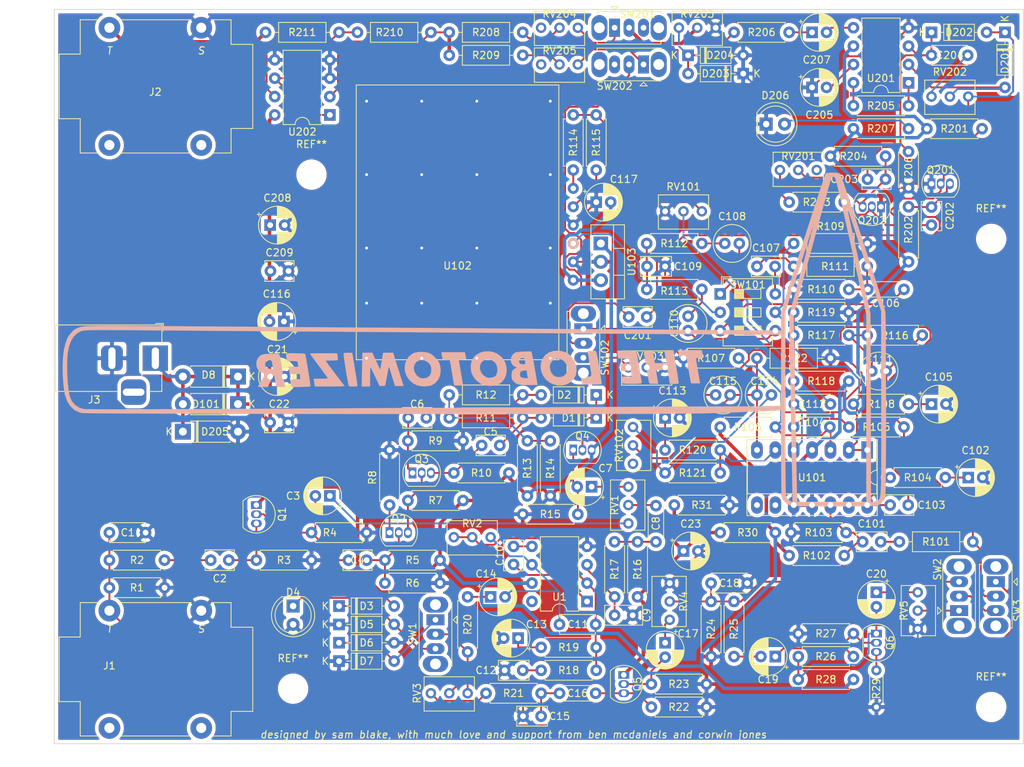
<source format=kicad_pcb>
(kicad_pcb (version 20171130) (host pcbnew "(5.1.12)-1")
  (layers (0 F.Cu signal) (31 B.Cu signal) (34 B.Paste user) (35 F.Paste user) (36 B.SilkS user) (37 F.SilkS user) (38 B.Mask user) (39 F.Mask user) (44 Edge.Cuts user))
  (net 0 "")
  (net 1 GND)
  (net 2 "Net-(C2-Pad2)")
  (net 3 "Net-(C2-Pad1)")
  (net 4 "Net-(C3-Pad2)")
  (net 5 "Net-(C3-Pad1)")
  (net 6 "Net-(C4-Pad1)")
  (net 7 "Net-(C5-Pad2)")
  (net 8 "Net-(C5-Pad1)")
  (net 9 "Net-(C6-Pad2)")
  (net 10 "Net-(C6-Pad1)")
  (net 11 "Net-(C7-Pad2)")
  (net 12 "Net-(C7-Pad1)")
  (net 13 "Net-(C8-Pad2)")
  (net 14 "Net-(C8-Pad1)")
  (net 15 "Net-(C9-Pad1)")
  (net 16 "Net-(C10-Pad2)")
  (net 17 "Net-(C10-Pad1)")
  (net 18 "Net-(C11-Pad2)")
  (net 19 "Net-(C11-Pad1)")
  (net 20 "Net-(C12-Pad1)")
  (net 21 "Net-(C13-Pad1)")
  (net 22 "Net-(C14-Pad1)")
  (net 23 "Net-(C15-Pad1)")
  (net 24 "Net-(C16-Pad2)")
  (net 25 "Net-(C17-Pad2)")
  (net 26 "Net-(C17-Pad1)")
  (net 27 "Net-(C18-Pad1)")
  (net 28 "Net-(C19-Pad2)")
  (net 29 "Net-(C19-Pad1)")
  (net 30 "Net-(C20-Pad2)")
  (net 31 "Net-(C20-Pad1)")
  (net 32 VCLEAN)
  (net 33 /Lobotomizer_Fuzz/VR)
  (net 34 "Net-(C101-Pad2)")
  (net 35 "Net-(C101-Pad1)")
  (net 36 "Net-(C102-Pad1)")
  (net 37 "Net-(C103-Pad2)")
  (net 38 "Net-(C103-Pad1)")
  (net 39 "Net-(C104-Pad2)")
  (net 40 "Net-(C104-Pad1)")
  (net 41 "Net-(C105-Pad1)")
  (net 42 "Net-(C107-Pad2)")
  (net 43 "Net-(C107-Pad1)")
  (net 44 "Net-(C108-Pad2)")
  (net 45 "Net-(C108-Pad1)")
  (net 46 "Net-(C109-Pad2)")
  (net 47 "Net-(C110-Pad2)")
  (net 48 "Net-(C110-Pad1)")
  (net 49 "Net-(C111-Pad1)")
  (net 50 "Net-(C112-Pad2)")
  (net 51 "Net-(C112-Pad1)")
  (net 52 "Net-(C113-Pad1)")
  (net 53 "Net-(C114-Pad2)")
  (net 54 "Net-(C114-Pad1)")
  (net 55 "Net-(C115-Pad1)")
  (net 56 5VCLEAN)
  (net 57 REVERB_OUT)
  (net 58 "Net-(C201-Pad1)")
  (net 59 "Net-(C202-Pad2)")
  (net 60 "Net-(C202-Pad1)")
  (net 61 "Net-(C203-Pad2)")
  (net 62 "Net-(C203-Pad1)")
  (net 63 "Net-(C204-Pad2)")
  (net 64 "Net-(C204-Pad1)")
  (net 65 "Net-(C205-Pad2)")
  (net 66 "Net-(C207-Pad2)")
  (net 67 "Net-(C207-Pad1)")
  (net 68 "Net-(D1-Pad1)")
  (net 69 "Net-(D3-Pad2)")
  (net 70 "Net-(D3-Pad1)")
  (net 71 "Net-(D6-Pad1)")
  (net 72 "Net-(D201-Pad2)")
  (net 73 "Net-(D203-Pad2)")
  (net 74 "Net-(D206-Pad2)")
  (net 75 SIGNAL_OUT)
  (net 76 "Net-(Q2-Pad1)")
  (net 77 "Net-(Q2-Pad3)")
  (net 78 "Net-(Q6-Pad3)")
  (net 79 "Net-(R11-Pad2)")
  (net 80 "Net-(R20-Pad1)")
  (net 81 "Net-(R21-Pad2)")
  (net 82 FUZZ_OUT)
  (net 83 "Net-(R108-Pad1)")
  (net 84 "Net-(C106-Pad2)")
  (net 85 "Net-(R114-Pad2)")
  (net 86 "Net-(R114-Pad1)")
  (net 87 "Net-(R115-Pad2)")
  (net 88 "Net-(R120-Pad1)")
  (net 89 "Net-(R203-Pad2)")
  (net 90 "Net-(R205-Pad2)")
  (net 91 "Net-(R205-Pad1)")
  (net 92 "Net-(R208-Pad2)")
  (net 93 "Net-(R208-Pad1)")
  (net 94 "Net-(R209-Pad2)")
  (net 95 "Net-(R210-Pad1)")
  (net 96 "Net-(RV5-Pad2)")
  (net 97 "Net-(RV102-Pad3)")
  (net 98 "Net-(RV103-Pad3)")
  (net 99 "Net-(RV201-Pad3)")
  (net 100 "Net-(RV203-Pad2)")
  (net 101 "Net-(RV204-Pad3)")
  (net 102 "Net-(RV204-Pad1)")
  (net 103 "Net-(RV205-Pad3)")
  (net 104 "Net-(RV205-Pad1)")
  (net 105 "Net-(SW2-Pad2)")
  (net 106 "Net-(C106-Pad1)")
  (net 107 "Net-(SW101-Pad2)")
  (net 108 "Net-(SW201-Pad3)")
  (net 109 "Net-(SW202-Pad3)")
  (net 110 "Net-(U1-Pad8)")
  (net 111 "Net-(U101-Pad9)")
  (net 112 "Net-(U101-Pad8)")
  (net 113 BYPASS_FUZZ)
  (module BSilk:Lobotomizer (layer B.Cu) (at 142.24 99.06 135)
    (fp_text reference G*** hide)
    (fp_text value LOGO hide)
  )
  (module MountingHole:MountingHole_3.2mm_M3 (layer F.Cu) (at 111.76 73.66)
    (fp_text reference REF** (at 0 -4.2) (layer F.SilkS))
    (fp_text value MountingHole_3.2mm_M3)
    (pad 1 np_thru_hole circle (at 0 0) (size 3.2 3.2) (drill 3.2) (layers *.Cu *.Mask))
  )
  (module MountingHole:MountingHole_3.2mm_M3 (layer F.Cu) (at 205.74 147.32)
    (fp_text reference REF** (at 0 -4.2) (layer F.SilkS))
    (fp_text value MountingHole_3.2mm_M3)
    (pad 1 np_thru_hole circle (at 0 0) (size 3.2 3.2) (drill 3.2) (layers *.Cu *.Mask))
  )
  (module MountingHole:MountingHole_3.2mm_M3 (layer F.Cu) (at 205.74 82.55)
    (fp_text reference REF** (at 0 -4.2) (layer F.SilkS))
    (fp_text value MountingHole_3.2mm_M3)
    (pad 1 np_thru_hole circle (at 0 0) (size 3.2 3.2) (drill 3.2) (layers *.Cu *.Mask))
  )
  (module MountingHole:MountingHole_3.2mm_M3 (layer F.Cu) (at 109.22 144.78)
    (fp_text reference REF** (at 0 -4.2) (layer F.SilkS))
    (fp_text value MountingHole_3.2mm_M3)
    (pad 1 np_thru_hole circle (at 0 0) (size 3.2 3.2) (drill 3.2) (layers *.Cu *.Mask))
  )
  (module Capacitor_THT:C_Disc_D4.3mm_W1.9mm_P5.00mm (layer F.Cu) (at 193.675 89.535 180)
    (fp_text reference C106 (at 2.5 -1.905) (layer F.SilkS))
    (fp_text value 4.7n)
    (pad 2 thru_hole circle (at 5 0 180) (size 1.6 1.6) (drill 0.8) (layers *.Cu *.Mask) (net 84 "Net-(C106-Pad2)"))
    (pad 1 thru_hole circle (at 0 0 180) (size 1.6 1.6) (drill 0.8) (layers *.Cu *.Mask) (net 106 "Net-(C106-Pad1)"))
  )
  (module Package_DIP:DIP-8_W7.62mm (layer F.Cu) (at 114.3 65.405 180)
    (fp_text reference U202 (at 3.81 -2.33) (layer F.SilkS))
    (fp_text value TL072)
    (pad 8 thru_hole oval (at 7.62 0 180) (size 1.6 1.6) (drill 0.8) (layers *.Cu *.Mask) (net 32 VCLEAN))
    (pad 4 thru_hole oval (at 0 7.62 180) (size 1.6 1.6) (drill 0.8) (layers *.Cu *.Mask) (net 1 GND))
    (pad 7 thru_hole oval (at 7.62 2.54 180) (size 1.6 1.6) (drill 0.8) (layers *.Cu *.Mask) (net 75 SIGNAL_OUT))
    (pad 3 thru_hole oval (at 0 5.08 180) (size 1.6 1.6) (drill 0.8) (layers *.Cu *.Mask) (net 1 GND))
    (pad 6 thru_hole oval (at 7.62 5.08 180) (size 1.6 1.6) (drill 0.8) (layers *.Cu *.Mask) (net 95 "Net-(R210-Pad1)"))
    (pad 2 thru_hole oval (at 0 2.54 180) (size 1.6 1.6) (drill 0.8) (layers *.Cu *.Mask) (net 93 "Net-(R208-Pad1)"))
    (pad 5 thru_hole oval (at 7.62 7.62 180) (size 1.6 1.6) (drill 0.8) (layers *.Cu *.Mask) (net 1 GND))
    (pad 1 thru_hole rect (at 0 0 180) (size 1.6 1.6) (drill 0.8) (layers *.Cu *.Mask) (net 95 "Net-(R210-Pad1)"))
  )
  (module Package_DIP:DIP-8_W7.62mm (layer F.Cu) (at 194.31 60.96 180)
    (fp_text reference U201 (at 3.81 0.635) (layer F.SilkS))
    (fp_text value LM386)
    (pad 8 thru_hole oval (at 7.62 0 180) (size 1.6 1.6) (drill 0.8) (layers *.Cu *.Mask) (net 90 "Net-(R205-Pad2)"))
    (pad 4 thru_hole oval (at 0 7.62 180) (size 1.6 1.6) (drill 0.8) (layers *.Cu *.Mask) (net 1 GND))
    (pad 7 thru_hole oval (at 7.62 2.54 180) (size 1.6 1.6) (drill 0.8) (layers *.Cu *.Mask) (net 65 "Net-(C205-Pad2)"))
    (pad 3 thru_hole oval (at 0 5.08 180) (size 1.6 1.6) (drill 0.8) (layers *.Cu *.Mask) (net 64 "Net-(C204-Pad1)"))
    (pad 6 thru_hole oval (at 7.62 5.08 180) (size 1.6 1.6) (drill 0.8) (layers *.Cu *.Mask) (net 32 VCLEAN))
    (pad 2 thru_hole oval (at 0 2.54 180) (size 1.6 1.6) (drill 0.8) (layers *.Cu *.Mask) (net 72 "Net-(D201-Pad2)"))
    (pad 5 thru_hole oval (at 7.62 7.62 180) (size 1.6 1.6) (drill 0.8) (layers *.Cu *.Mask) (net 66 "Net-(C207-Pad2)"))
    (pad 1 thru_hole rect (at 0 0 180) (size 1.6 1.6) (drill 0.8) (layers *.Cu *.Mask) (net 91 "Net-(R205-Pad1)"))
  )
  (module Package_TO_SOT_THT:TO-220-3_Vertical (layer F.Cu) (at 151.765 83.185 270)
    (fp_text reference U103 (at 2.54 -4.27 90) (layer F.SilkS))
    (fp_text value L7805)
    (pad 3 thru_hole oval (at 5.08 0 270) (size 1.905 2) (drill 1.1) (layers *.Cu *.Mask) (net 56 5VCLEAN))
    (pad 2 thru_hole oval (at 2.54 0 270) (size 1.905 2) (drill 1.1) (layers *.Cu *.Mask) (net 1 GND))
    (pad 1 thru_hole rect (at 0 0 270) (size 1.905 2) (drill 1.1) (layers *.Cu *.Mask) (net 32 VCLEAN))
  )
  (module Lobotomizer:BTDR-2H-L (layer F.Cu) (at 147.955 88.265 180)
    (fp_text reference U102 (at 16 2) (layer F.SilkS))
    (fp_text value BTDR-2H-L)
    (pad 6 thru_hole circle (at 0 12.7 180) (size 1.524 1.524) (drill 0.762) (layers *.Cu *.Mask) (net 85 "Net-(R114-Pad2)"))
    (pad 5 thru_hole circle (at 0 10.16 180) (size 1.524 1.524) (drill 0.762) (layers *.Cu *.Mask) (net 87 "Net-(R115-Pad2)"))
    (pad 4 thru_hole circle (at 0 7.62 180) (size 1.524 1.524) (drill 0.762) (layers *.Cu *.Mask) (net 1 GND))
    (pad 3 thru_hole circle (at 0 5.08 180) (size 1.524 1.524) (drill 0.762) (layers *.Cu *.Mask B.SilkS) (net 107 "Net-(SW101-Pad2)"))
    (pad 2 thru_hole circle (at 0 2.54 180) (size 1.524 1.524) (drill 0.762) (layers *.Cu *.Mask B.Adhes) (net 1 GND))
    (pad 1 thru_hole circle (at 0 0 180) (size 1.524 1.524) (drill 0.762) (layers *.Cu *.Mask B.Adhes) (net 56 5VCLEAN))
  )
  (module Package_DIP:DIP-14_W7.62mm_Socket_LongPads (layer F.Cu) (at 188.595 111.76 270)
    (fp_text reference U101 (at 3.81 7.62 180) (layer F.SilkS))
    (fp_text value TLC27M4AIN)
    (pad 14 thru_hole oval (at 7.62 0 270) (size 2.4 1.6) (drill 0.8) (layers *.Cu *.Mask) (net 38 "Net-(C103-Pad1)"))
    (pad 7 thru_hole oval (at 0 15.24 270) (size 2.4 1.6) (drill 0.8) (layers *.Cu *.Mask) (net 54 "Net-(C114-Pad1)"))
    (pad 13 thru_hole oval (at 7.62 2.54 270) (size 2.4 1.6) (drill 0.8) (layers *.Cu *.Mask) (net 38 "Net-(C103-Pad1)"))
    (pad 6 thru_hole oval (at 0 12.7 270) (size 2.4 1.6) (drill 0.8) (layers *.Cu *.Mask) (net 88 "Net-(R120-Pad1)"))
    (pad 12 thru_hole oval (at 7.62 5.08 270) (size 2.4 1.6) (drill 0.8) (layers *.Cu *.Mask) (net 35 "Net-(C101-Pad1)"))
    (pad 5 thru_hole oval (at 0 10.16 270) (size 2.4 1.6) (drill 0.8) (layers *.Cu *.Mask) (net 50 "Net-(C112-Pad2)"))
    (pad 11 thru_hole oval (at 7.62 7.62 270) (size 2.4 1.6) (drill 0.8) (layers *.Cu *.Mask) (net 1 GND))
    (pad 4 thru_hole oval (at 0 7.62 270) (size 2.4 1.6) (drill 0.8) (layers *.Cu *.Mask) (net 32 VCLEAN))
    (pad 10 thru_hole oval (at 7.62 10.16 270) (size 2.4 1.6) (drill 0.8) (layers *.Cu *.Mask) (net 1 GND))
    (pad 3 thru_hole oval (at 0 5.08 270) (size 2.4 1.6) (drill 0.8) (layers *.Cu *.Mask) (net 39 "Net-(C104-Pad2)"))
    (pad 9 thru_hole oval (at 7.62 12.7 270) (size 2.4 1.6) (drill 0.8) (layers *.Cu *.Mask) (net 111 "Net-(U101-Pad9)"))
    (pad 2 thru_hole oval (at 0 2.54 270) (size 2.4 1.6) (drill 0.8) (layers *.Cu *.Mask) (net 83 "Net-(R108-Pad1)"))
    (pad 8 thru_hole oval (at 7.62 15.24 270) (size 2.4 1.6) (drill 0.8) (layers *.Cu *.Mask) (net 112 "Net-(U101-Pad8)"))
    (pad 1 thru_hole rect (at 0 0 270) (size 2.4 1.6) (drill 0.8) (layers *.Cu *.Mask) (net 83 "Net-(R108-Pad1)"))
  )
  (module Package_DIP:DIP-8_W7.62mm (layer F.Cu) (at 149.86 132.715 180)
    (fp_text reference U1 (at 3.81 0.635) (layer F.SilkS))
    (fp_text value LM741)
    (pad 8 thru_hole oval (at 7.62 0 180) (size 1.6 1.6) (drill 0.8) (layers *.Cu *.Mask) (net 110 "Net-(U1-Pad8)"))
    (pad 4 thru_hole oval (at 0 7.62 180) (size 1.6 1.6) (drill 0.8) (layers *.Cu *.Mask) (net 1 GND))
    (pad 7 thru_hole oval (at 7.62 2.54 180) (size 1.6 1.6) (drill 0.8) (layers *.Cu *.Mask) (net 32 VCLEAN))
    (pad 3 thru_hole oval (at 0 5.08 180) (size 1.6 1.6) (drill 0.8) (layers *.Cu *.Mask) (net 15 "Net-(C9-Pad1)"))
    (pad 6 thru_hole oval (at 7.62 5.08 180) (size 1.6 1.6) (drill 0.8) (layers *.Cu *.Mask) (net 19 "Net-(C11-Pad1)"))
    (pad 2 thru_hole oval (at 0 2.54 180) (size 1.6 1.6) (drill 0.8) (layers *.Cu *.Mask) (net 18 "Net-(C11-Pad2)"))
    (pad 5 thru_hole oval (at 7.62 7.62 180) (size 1.6 1.6) (drill 0.8) (layers *.Cu *.Mask) (net 17 "Net-(C10-Pad1)"))
    (pad 1 thru_hole rect (at 0 0 180) (size 1.6 1.6) (drill 0.8) (layers *.Cu *.Mask) (net 16 "Net-(C10-Pad2)"))
  )
  (module Button_Switch_THT:SW_Slide_1P2T_CK_OS102011MS2Q (layer F.Cu) (at 157.67 58.42 180)
    (fp_text reference SW202 (at 3.99 -2.99) (layer F.SilkS))
    (fp_text value SW_SPDT)
    (pad "" thru_hole oval (at 6.1 0 180) (size 2.2 3.5) (drill 1.5) (layers *.Cu *.Mask))
    (pad "" thru_hole oval (at -2.1 0 180) (size 2.2 3.5) (drill 1.5) (layers *.Cu *.Mask))
    (pad 3 thru_hole oval (at 4 0 180) (size 1.5 2.5) (drill 0.8) (layers *.Cu *.Mask) (net 109 "Net-(SW202-Pad3)"))
    (pad 2 thru_hole oval (at 2 0 180) (size 1.5 2.5) (drill 0.8) (layers *.Cu *.Mask) (net 57 REVERB_OUT))
    (pad 1 thru_hole rect (at 0 0 180) (size 1.5 2.5) (drill 0.8) (layers *.Cu *.Mask) (net 104 "Net-(RV205-Pad1)"))
  )
  (module Button_Switch_THT:SW_Slide_1P2T_CK_OS102011MS2Q (layer F.Cu) (at 153.67 53.34)
    (fp_text reference SW201 (at 3.175 -1.905) (layer F.SilkS))
    (fp_text value SW_SPDT)
    (pad "" thru_hole oval (at 6.1 0) (size 2.2 3.5) (drill 1.5) (layers *.Cu *.Mask))
    (pad "" thru_hole oval (at -2.1 0) (size 2.2 3.5) (drill 1.5) (layers *.Cu *.Mask))
    (pad 3 thru_hole oval (at 4 0) (size 1.5 2.5) (drill 0.8) (layers *.Cu *.Mask) (net 108 "Net-(SW201-Pad3)"))
    (pad 2 thru_hole oval (at 2 0) (size 1.5 2.5) (drill 0.8) (layers *.Cu *.Mask) (net 100 "Net-(RV203-Pad2)"))
    (pad 1 thru_hole rect (at 0 0) (size 1.5 2.5) (drill 0.8) (layers *.Cu *.Mask) (net 102 "Net-(RV204-Pad1)"))
  )
  (module Button_Switch_THT:SW_Slide_1P2T_CK_OS102011MS2Q (layer F.Cu) (at 149.352 94.996 270)
    (fp_text reference SW102 (at 3.99 -2.99 90) (layer F.SilkS))
    (fp_text value SW_SPDT)
    (pad "" thru_hole oval (at 6.1 0 270) (size 2.2 3.5) (drill 1.5) (layers *.Cu *.Mask))
    (pad "" thru_hole oval (at -2.1 0 270) (size 2.2 3.5) (drill 1.5) (layers *.Cu *.Mask))
    (pad 3 thru_hole oval (at 4 0 270) (size 1.5 2.5) (drill 0.8) (layers *.Cu *.Mask) (net 98 "Net-(RV103-Pad3)"))
    (pad 2 thru_hole oval (at 2 0 270) (size 1.5 2.5) (drill 0.8) (layers *.Cu *.Mask) (net 57 REVERB_OUT))
    (pad 1 thru_hole rect (at 0 0 270) (size 1.5 2.5) (drill 0.8) (layers *.Cu *.Mask) (net 82 FUZZ_OUT))
  )
  (module Button_Switch_THT:SW_DIP_SPSTx03_Slide_6.7x9.18mm_W7.62mm_P2.54mm_LowProfile (layer F.Cu) (at 168.275 90.17)
    (fp_text reference SW101 (at 3.81 -1.27) (layer F.SilkS))
    (fp_text value SW_Push_DPDT)
    (pad 6 thru_hole oval (at 7.62 0) (size 1.6 1.6) (drill 0.8) (layers *.Cu *.Mask) (net 42 "Net-(C107-Pad2)"))
    (pad 3 thru_hole oval (at 0 5.08) (size 1.6 1.6) (drill 0.8) (layers *.Cu *.Mask) (net 106 "Net-(C106-Pad1)"))
    (pad 5 thru_hole oval (at 7.62 2.54) (size 1.6 1.6) (drill 0.8) (layers *.Cu *.Mask) (net 83 "Net-(R108-Pad1)"))
    (pad 2 thru_hole oval (at 0 2.54) (size 1.6 1.6) (drill 0.8) (layers *.Cu *.Mask) (net 107 "Net-(SW101-Pad2)"))
    (pad 4 thru_hole oval (at 7.62 5.08) (size 1.6 1.6) (drill 0.8) (layers *.Cu *.Mask) (net 48 "Net-(C110-Pad1)"))
    (pad 1 thru_hole rect (at 0 0) (size 1.6 1.6) (drill 0.8) (layers *.Cu *.Mask) (net 44 "Net-(C108-Pad2)"))
  )
  (module Button_Switch_THT:SW_Slide_1P2T_CK_OS102011MS2Q (layer F.Cu) (at 206.375 129.985 270)
    (fp_text reference SW3 (at 3.99 -2.99 90) (layer F.SilkS))
    (fp_text value SW_SPDT)
    (pad "" thru_hole oval (at 6.1 0 270) (size 2.2 3.5) (drill 1.5) (layers *.Cu *.Mask))
    (pad "" thru_hole oval (at -2.1 0 270) (size 2.2 3.5) (drill 1.5) (layers *.Cu *.Mask))
    (pad 3 thru_hole oval (at 4 0 270) (size 1.5 2.5) (drill 0.8) (layers *.Cu *.Mask) (net 105 "Net-(SW2-Pad2)"))
    (pad 2 thru_hole oval (at 2 0 270) (size 1.5 2.5) (drill 0.8) (layers *.Cu *.Mask) (net 82 FUZZ_OUT))
    (pad 1 thru_hole rect (at 0 0 270) (size 1.5 2.5) (drill 0.8) (layers *.Cu *.Mask) (net 113 BYPASS_FUZZ))
  )
  (module Button_Switch_THT:SW_Slide_1P2T_CK_OS102011MS2Q (layer F.Cu) (at 201.295 133.985 90)
    (fp_text reference SW2 (at 5.715 -2.99 90) (layer F.SilkS))
    (fp_text value SW_SPDT)
    (pad "" thru_hole oval (at 6.1 0 90) (size 2.2 3.5) (drill 1.5) (layers *.Cu *.Mask))
    (pad "" thru_hole oval (at -2.1 0 90) (size 2.2 3.5) (drill 1.5) (layers *.Cu *.Mask))
    (pad 3 thru_hole oval (at 4 0 90) (size 1.5 2.5) (drill 0.8) (layers *.Cu *.Mask) (net 27 "Net-(C18-Pad1)"))
    (pad 2 thru_hole oval (at 2 0 90) (size 1.5 2.5) (drill 0.8) (layers *.Cu *.Mask) (net 105 "Net-(SW2-Pad2)"))
    (pad 1 thru_hole rect (at 0 0 90) (size 1.5 2.5) (drill 0.8) (layers *.Cu *.Mask) (net 96 "Net-(RV5-Pad2)"))
  )
  (module Button_Switch_THT:SW_Slide_1P2T_CK_OS102011MS2Q (layer F.Cu) (at 128.905 135.255 270)
    (fp_text reference SW1 (at 1.905 3.175 90) (layer F.SilkS))
    (fp_text value SW_SPDT_MSM)
    (pad "" thru_hole oval (at 6.1 0 270) (size 2.2 3.5) (drill 1.5) (layers *.Cu *.Mask))
    (pad "" thru_hole oval (at -2.1 0 270) (size 2.2 3.5) (drill 1.5) (layers *.Cu *.Mask))
    (pad 3 thru_hole oval (at 4 0 270) (size 1.5 2.5) (drill 0.8) (layers *.Cu *.Mask) (net 70 "Net-(D3-Pad1)"))
    (pad 2 thru_hole oval (at 2 0 270) (size 1.5 2.5) (drill 0.8) (layers *.Cu *.Mask) (net 80 "Net-(R20-Pad1)"))
    (pad 1 thru_hole rect (at 0 0 270) (size 1.5 2.5) (drill 0.8) (layers *.Cu *.Mask) (net 71 "Net-(D6-Pad1)"))
  )
  (module Potentiometer_THT:Potentiometer_Bourns_3266Y_Vertical (layer F.Cu) (at 148.59 58.42)
    (fp_text reference RV205 (at -2.54 -1.905) (layer F.SilkS))
    (fp_text value 100K)
    (pad 3 thru_hole circle (at -5.08 0) (size 1.44 1.44) (drill 0.8) (layers *.Cu *.Mask) (net 103 "Net-(RV205-Pad3)"))
    (pad 2 thru_hole circle (at -2.54 0) (size 1.44 1.44) (drill 0.8) (layers *.Cu *.Mask) (net 94 "Net-(R209-Pad2)"))
    (pad 1 thru_hole circle (at 0 0) (size 1.44 1.44) (drill 0.8) (layers *.Cu *.Mask) (net 104 "Net-(RV205-Pad1)"))
  )
  (module Potentiometer_THT:Potentiometer_Bourns_3266Y_Vertical (layer F.Cu) (at 148.59 53.34)
    (fp_text reference RV204 (at -2.54 -1.905) (layer F.SilkS))
    (fp_text value 100K)
    (pad 3 thru_hole circle (at -5.08 0) (size 1.44 1.44) (drill 0.8) (layers *.Cu *.Mask) (net 101 "Net-(RV204-Pad3)"))
    (pad 2 thru_hole circle (at -2.54 0) (size 1.44 1.44) (drill 0.8) (layers *.Cu *.Mask) (net 92 "Net-(R208-Pad2)"))
    (pad 1 thru_hole circle (at 0 0) (size 1.44 1.44) (drill 0.8) (layers *.Cu *.Mask) (net 102 "Net-(RV204-Pad1)"))
  )
  (module Potentiometer_THT:Potentiometer_Bourns_3266Y_Vertical (layer F.Cu) (at 167.64 53.34)
    (fp_text reference RV203 (at -2.54 -1.905) (layer F.SilkS))
    (fp_text value 100K)
    (pad 3 thru_hole circle (at -5.08 0) (size 1.44 1.44) (drill 0.8) (layers *.Cu *.Mask) (net 73 "Net-(D203-Pad2)"))
    (pad 2 thru_hole circle (at -2.54 0) (size 1.44 1.44) (drill 0.8) (layers *.Cu *.Mask) (net 100 "Net-(RV203-Pad2)"))
    (pad 1 thru_hole circle (at 0 0) (size 1.44 1.44) (drill 0.8) (layers *.Cu *.Mask) (net 1 GND))
  )
  (module Potentiometer_THT:Potentiometer_Bourns_3266Y_Vertical (layer F.Cu) (at 202.565 62.865)
    (fp_text reference RV202 (at -2.54 -3.41) (layer F.SilkS))
    (fp_text value 1M)
    (pad 3 thru_hole circle (at -5.08 0) (size 1.44 1.44) (drill 0.8) (layers *.Cu *.Mask) (net 63 "Net-(C204-Pad2)"))
    (pad 2 thru_hole circle (at -2.54 0) (size 1.44 1.44) (drill 0.8) (layers *.Cu *.Mask) (net 72 "Net-(D201-Pad2)"))
    (pad 1 thru_hole circle (at 0 0) (size 1.44 1.44) (drill 0.8) (layers *.Cu *.Mask) (net 61 "Net-(C203-Pad2)"))
  )
  (module Potentiometer_THT:Potentiometer_Bourns_3266Y_Vertical (layer F.Cu) (at 176.53 73.025 180)
    (fp_text reference RV201 (at -2.54 1.905) (layer F.SilkS))
    (fp_text value 1M)
    (pad 3 thru_hole circle (at -5.08 0 180) (size 1.44 1.44) (drill 0.8) (layers *.Cu *.Mask) (net 99 "Net-(RV201-Pad3)"))
    (pad 2 thru_hole circle (at -2.54 0 180) (size 1.44 1.44) (drill 0.8) (layers *.Cu *.Mask) (net 62 "Net-(C203-Pad1)"))
    (pad 1 thru_hole circle (at 0 0 180) (size 1.44 1.44) (drill 0.8) (layers *.Cu *.Mask) (net 89 "Net-(R203-Pad2)"))
  )
  (module Potentiometer_THT:Potentiometer_Bourns_3266Y_Vertical (layer F.Cu) (at 160.655 100.33)
    (fp_text reference RV103 (at -2.54 -1.524) (layer F.SilkS))
    (fp_text value 100K)
    (pad 3 thru_hole circle (at -5.08 0) (size 1.44 1.44) (drill 0.8) (layers *.Cu *.Mask) (net 98 "Net-(RV103-Pad3)"))
    (pad 2 thru_hole circle (at -2.54 0) (size 1.44 1.44) (drill 0.8) (layers *.Cu *.Mask) (net 55 "Net-(C115-Pad1)"))
    (pad 1 thru_hole circle (at 0 0) (size 1.44 1.44) (drill 0.8) (layers *.Cu *.Mask) (net 1 GND))
  )
  (module Potentiometer_THT:Potentiometer_Bourns_3266Y_Vertical (layer F.Cu) (at 156.21 108.585 90)
    (fp_text reference RV102 (at -2.54 -1.905 90) (layer F.SilkS))
    (fp_text value 1M)
    (pad 3 thru_hole circle (at -5.08 0 90) (size 1.44 1.44) (drill 0.8) (layers *.Cu *.Mask) (net 97 "Net-(RV102-Pad3)"))
    (pad 2 thru_hole circle (at -2.54 0 90) (size 1.44 1.44) (drill 0.8) (layers *.Cu *.Mask) (net 54 "Net-(C114-Pad1)"))
    (pad 1 thru_hole circle (at 0 0 90) (size 1.44 1.44) (drill 0.8) (layers *.Cu *.Mask) (net 53 "Net-(C114-Pad2)"))
  )
  (module Potentiometer_THT:Potentiometer_Bourns_3266Y_Vertical (layer F.Cu) (at 165.735 78.74)
    (fp_text reference RV101 (at -2.54 -3.41) (layer F.SilkS))
    (fp_text value 10K)
    (pad 3 thru_hole circle (at -5.08 0) (size 1.44 1.44) (drill 0.8) (layers *.Cu *.Mask) (net 1 GND))
    (pad 2 thru_hole circle (at -2.54 0) (size 1.44 1.44) (drill 0.8) (layers *.Cu *.Mask) (net 51 "Net-(C112-Pad1)"))
    (pad 1 thru_hole circle (at 0 0) (size 1.44 1.44) (drill 0.8) (layers *.Cu *.Mask) (net 86 "Net-(R114-Pad1)"))
  )
  (module Potentiometer_THT:Potentiometer_Bourns_3266Y_Vertical (layer F.Cu) (at 195.58 131.445 90)
    (fp_text reference RV5 (at -2.54 -1.905 90) (layer F.SilkS))
    (fp_text value 100K)
    (pad 3 thru_hole circle (at -5.08 0 90) (size 1.44 1.44) (drill 0.8) (layers *.Cu *.Mask) (net 1 GND))
    (pad 2 thru_hole circle (at -2.54 0 90) (size 1.44 1.44) (drill 0.8) (layers *.Cu *.Mask) (net 96 "Net-(RV5-Pad2)"))
    (pad 1 thru_hole circle (at 0 0 90) (size 1.44 1.44) (drill 0.8) (layers *.Cu *.Mask) (net 31 "Net-(C20-Pad1)"))
  )
  (module Potentiometer_THT:Potentiometer_Bourns_3266Y_Vertical (layer F.Cu) (at 161.29 135.255 270)
    (fp_text reference RV4 (at -2.54 -1.905 90) (layer F.SilkS))
    (fp_text value 100K)
    (pad 3 thru_hole circle (at -5.08 0 270) (size 1.44 1.44) (drill 0.8) (layers *.Cu *.Mask) (net 1 GND))
    (pad 2 thru_hole circle (at -2.54 0 270) (size 1.44 1.44) (drill 0.8) (layers *.Cu *.Mask) (net 27 "Net-(C18-Pad1)"))
    (pad 1 thru_hole circle (at 0 0 270) (size 1.44 1.44) (drill 0.8) (layers *.Cu *.Mask) (net 26 "Net-(C17-Pad1)"))
  )
  (module Potentiometer_THT:Potentiometer_Bourns_3266Y_Vertical (layer F.Cu) (at 133.35 145.415)
    (fp_text reference RV3 (at -6.985 0 90) (layer F.SilkS))
    (fp_text value 100K)
    (pad 3 thru_hole circle (at -5.08 0) (size 1.44 1.44) (drill 0.8) (layers *.Cu *.Mask) (net 81 "Net-(R21-Pad2)"))
    (pad 2 thru_hole circle (at -2.54 0) (size 1.44 1.44) (drill 0.8) (layers *.Cu *.Mask) (net 80 "Net-(R20-Pad1)"))
    (pad 1 thru_hole circle (at 0 0) (size 1.44 1.44) (drill 0.8) (layers *.Cu *.Mask) (net 80 "Net-(R20-Pad1)"))
  )
  (module Potentiometer_THT:Potentiometer_Bourns_3266Y_Vertical (layer F.Cu) (at 136.525 123.825)
    (fp_text reference RV2 (at -2.54 -1.905) (layer F.SilkS))
    (fp_text value 100K)
    (pad 3 thru_hole circle (at -5.08 0) (size 1.44 1.44) (drill 0.8) (layers *.Cu *.Mask) (net 18 "Net-(C11-Pad2)"))
    (pad 2 thru_hole circle (at -2.54 0) (size 1.44 1.44) (drill 0.8) (layers *.Cu *.Mask) (net 18 "Net-(C11-Pad2)"))
    (pad 1 thru_hole circle (at 0 0) (size 1.44 1.44) (drill 0.8) (layers *.Cu *.Mask) (net 19 "Net-(C11-Pad1)"))
  )
  (module Potentiometer_THT:Potentiometer_Bourns_3266Y_Vertical (layer F.Cu) (at 155.575 121.92 270)
    (fp_text reference RV1 (at -2.54 1.905 90) (layer F.SilkS))
    (fp_text value 50K)
    (pad 3 thru_hole circle (at -5.08 0 270) (size 1.44 1.44) (drill 0.8) (layers *.Cu *.Mask) (net 12 "Net-(C7-Pad1)"))
    (pad 2 thru_hole circle (at -2.54 0 270) (size 1.44 1.44) (drill 0.8) (layers *.Cu *.Mask) (net 13 "Net-(C8-Pad2)"))
    (pad 1 thru_hole circle (at 0 0 270) (size 1.44 1.44) (drill 0.8) (layers *.Cu *.Mask) (net 5 "Net-(C3-Pad1)"))
  )
  (module Resistor_THT:R_Axial_DIN0207_L6.3mm_D2.5mm_P10.16mm_Horizontal (layer F.Cu) (at 105.41 53.975)
    (fp_text reference R211 (at 5.08 0) (layer F.SilkS))
    (fp_text value 100K)
    (pad 2 thru_hole oval (at 10.16 0) (size 1.6 1.6) (drill 0.8) (layers *.Cu *.Mask) (net 95 "Net-(R210-Pad1)"))
    (pad 1 thru_hole circle (at 0 0) (size 1.6 1.6) (drill 0.8) (layers *.Cu *.Mask) (net 75 SIGNAL_OUT))
  )
  (module Resistor_THT:R_Axial_DIN0207_L6.3mm_D2.5mm_P10.16mm_Horizontal (layer F.Cu) (at 118.11 53.975)
    (fp_text reference R210 (at 4.445 0) (layer F.SilkS))
    (fp_text value 100K)
    (pad 2 thru_hole oval (at 10.16 0) (size 1.6 1.6) (drill 0.8) (layers *.Cu *.Mask) (net 93 "Net-(R208-Pad1)"))
    (pad 1 thru_hole circle (at 0 0) (size 1.6 1.6) (drill 0.8) (layers *.Cu *.Mask) (net 95 "Net-(R210-Pad1)"))
  )
  (module Resistor_THT:R_Axial_DIN0207_L6.3mm_D2.5mm_P10.16mm_Horizontal (layer F.Cu) (at 130.81 57.15)
    (fp_text reference R209 (at 5.08 0) (layer F.SilkS))
    (fp_text value 100K)
    (pad 2 thru_hole oval (at 10.16 0) (size 1.6 1.6) (drill 0.8) (layers *.Cu *.Mask) (net 94 "Net-(R209-Pad2)"))
    (pad 1 thru_hole circle (at 0 0) (size 1.6 1.6) (drill 0.8) (layers *.Cu *.Mask) (net 93 "Net-(R208-Pad1)"))
  )
  (module Resistor_THT:R_Axial_DIN0207_L6.3mm_D2.5mm_P10.16mm_Horizontal (layer F.Cu) (at 130.81 53.975)
    (fp_text reference R208 (at 5.08 0) (layer F.SilkS))
    (fp_text value 100K)
    (pad 2 thru_hole oval (at 10.16 0) (size 1.6 1.6) (drill 0.8) (layers *.Cu *.Mask) (net 92 "Net-(R208-Pad2)"))
    (pad 1 thru_hole circle (at 0 0) (size 1.6 1.6) (drill 0.8) (layers *.Cu *.Mask) (net 93 "Net-(R208-Pad1)"))
  )
  (module Resistor_THT:R_Axial_DIN0207_L6.3mm_D2.5mm_P7.62mm_Horizontal (layer F.Cu) (at 194.31 67.31 180)
    (fp_text reference R207 (at 3.81 0) (layer F.SilkS))
    (fp_text value 10K)
    (pad 2 thru_hole oval (at 7.62 0 180) (size 1.6 1.6) (drill 0.8) (layers *.Cu *.Mask) (net 32 VCLEAN))
    (pad 1 thru_hole circle (at 0 0 180) (size 1.6 1.6) (drill 0.8) (layers *.Cu *.Mask) (net 74 "Net-(D206-Pad2)"))
  )
  (module Resistor_THT:R_Axial_DIN0207_L6.3mm_D2.5mm_P7.62mm_Horizontal (layer F.Cu) (at 170.18 53.975)
    (fp_text reference R206 (at 3.81 0) (layer F.SilkS))
    (fp_text value 220)
    (pad 2 thru_hole oval (at 7.62 0) (size 1.6 1.6) (drill 0.8) (layers *.Cu *.Mask) (net 67 "Net-(C207-Pad1)"))
    (pad 1 thru_hole circle (at 0 0) (size 1.6 1.6) (drill 0.8) (layers *.Cu *.Mask) (net 73 "Net-(D203-Pad2)"))
  )
  (module Resistor_THT:R_Axial_DIN0207_L6.3mm_D2.5mm_P7.62mm_Horizontal (layer F.Cu) (at 194.31 64.135 180)
    (fp_text reference R205 (at 3.81 0) (layer F.SilkS))
    (fp_text value 1K)
    (pad 2 thru_hole oval (at 7.62 0 180) (size 1.6 1.6) (drill 0.8) (layers *.Cu *.Mask) (net 90 "Net-(R205-Pad2)"))
    (pad 1 thru_hole circle (at 0 0 180) (size 1.6 1.6) (drill 0.8) (layers *.Cu *.Mask) (net 91 "Net-(R205-Pad1)"))
  )
  (module Resistor_THT:R_Axial_DIN0207_L6.3mm_D2.5mm_P7.62mm_Horizontal (layer F.Cu) (at 183.515 71.12)
    (fp_text reference R204 (at 3.175 0) (layer F.SilkS))
    (fp_text value 180K)
    (pad 2 thru_hole oval (at 7.62 0) (size 1.6 1.6) (drill 0.8) (layers *.Cu *.Mask) (net 62 "Net-(C203-Pad1)"))
    (pad 1 thru_hole circle (at 0 0) (size 1.6 1.6) (drill 0.8) (layers *.Cu *.Mask) (net 32 VCLEAN))
  )
  (module Resistor_THT:R_Axial_DIN0207_L6.3mm_D2.5mm_P7.62mm_Horizontal (layer F.Cu) (at 185.42 77.47 180)
    (fp_text reference R203 (at 3.81 0) (layer F.SilkS))
    (fp_text value 4.7K)
    (pad 2 thru_hole oval (at 7.62 0 180) (size 1.6 1.6) (drill 0.8) (layers *.Cu *.Mask) (net 89 "Net-(R203-Pad2)"))
    (pad 1 thru_hole circle (at 0 0 180) (size 1.6 1.6) (drill 0.8) (layers *.Cu *.Mask) (net 60 "Net-(C202-Pad1)"))
  )
  (module Resistor_THT:R_Axial_DIN0207_L6.3mm_D2.5mm_P7.62mm_Horizontal (layer F.Cu) (at 194.31 85.725 90)
    (fp_text reference R202 (at 4.445 0 90) (layer F.SilkS))
    (fp_text value 180K)
    (pad 2 thru_hole oval (at 7.62 0 90) (size 1.6 1.6) (drill 0.8) (layers *.Cu *.Mask) (net 59 "Net-(C202-Pad2)"))
    (pad 1 thru_hole circle (at 0 0 90) (size 1.6 1.6) (drill 0.8) (layers *.Cu *.Mask) (net 32 VCLEAN))
  )
  (module Resistor_THT:R_Axial_DIN0207_L6.3mm_D2.5mm_P7.62mm_Horizontal (layer F.Cu) (at 196.85 67.31)
    (fp_text reference R201 (at 3.81 0) (layer F.SilkS))
    (fp_text value 910K)
    (pad 2 thru_hole oval (at 7.62 0) (size 1.6 1.6) (drill 0.8) (layers *.Cu *.Mask) (net 58 "Net-(C201-Pad1)"))
    (pad 1 thru_hole circle (at 0 0) (size 1.6 1.6) (drill 0.8) (layers *.Cu *.Mask) (net 32 VCLEAN))
  )
  (module Resistor_THT:R_Axial_DIN0207_L6.3mm_D2.5mm_P10.16mm_Horizontal (layer F.Cu) (at 173.355 99.06)
    (fp_text reference R122 (at 5.08 0) (layer F.SilkS))
    (fp_text value 100K)
    (pad 2 thru_hole oval (at 10.16 0) (size 1.6 1.6) (drill 0.8) (layers *.Cu *.Mask) (net 1 GND))
    (pad 1 thru_hole circle (at 0 0) (size 1.6 1.6) (drill 0.8) (layers *.Cu *.Mask) (net 54 "Net-(C114-Pad1)"))
  )
  (module Resistor_THT:R_Axial_DIN0207_L6.3mm_D2.5mm_P7.62mm_Horizontal (layer F.Cu) (at 160.655 114.935)
    (fp_text reference R121 (at 3.81 0) (layer F.SilkS))
    (fp_text value 68K)
    (pad 2 thru_hole oval (at 7.62 0) (size 1.6 1.6) (drill 0.8) (layers *.Cu *.Mask) (net 88 "Net-(R120-Pad1)"))
    (pad 1 thru_hole circle (at 0 0) (size 1.6 1.6) (drill 0.8) (layers *.Cu *.Mask) (net 53 "Net-(C114-Pad2)"))
  )
  (module Resistor_THT:R_Axial_DIN0207_L6.3mm_D2.5mm_P7.62mm_Horizontal (layer F.Cu) (at 168.275 111.76 180)
    (fp_text reference R120 (at 3.81 0) (layer F.SilkS))
    (fp_text value 10K)
    (pad 2 thru_hole oval (at 7.62 0 180) (size 1.6 1.6) (drill 0.8) (layers *.Cu *.Mask) (net 52 "Net-(C113-Pad1)"))
    (pad 1 thru_hole circle (at 0 0 180) (size 1.6 1.6) (drill 0.8) (layers *.Cu *.Mask) (net 88 "Net-(R120-Pad1)"))
  )
  (module Resistor_THT:R_Axial_DIN0207_L6.3mm_D2.5mm_P7.62mm_Horizontal (layer F.Cu) (at 178.435 92.71)
    (fp_text reference R119 (at 3.81 0) (layer F.SilkS))
    (fp_text value 1M)
    (pad 2 thru_hole oval (at 7.62 0) (size 1.6 1.6) (drill 0.8) (layers *.Cu *.Mask) (net 1 GND))
    (pad 1 thru_hole circle (at 0 0) (size 1.6 1.6) (drill 0.8) (layers *.Cu *.Mask) (net 50 "Net-(C112-Pad2)"))
  )
  (module Resistor_THT:R_Axial_DIN0207_L6.3mm_D2.5mm_P7.62mm_Horizontal (layer F.Cu) (at 186.055 102.235 180)
    (fp_text reference R118 (at 3.81 0) (layer F.SilkS))
    (fp_text value 1M)
    (pad 2 thru_hole oval (at 7.62 0 180) (size 1.6 1.6) (drill 0.8) (layers *.Cu *.Mask) (net 50 "Net-(C112-Pad2)"))
    (pad 1 thru_hole circle (at 0 0 180) (size 1.6 1.6) (drill 0.8) (layers *.Cu *.Mask) (net 32 VCLEAN))
  )
  (module Resistor_THT:R_Axial_DIN0207_L6.3mm_D2.5mm_P7.62mm_Horizontal (layer F.Cu) (at 178.435 95.885)
    (fp_text reference R117 (at 3.81 0) (layer F.SilkS))
    (fp_text value 6.8K)
    (pad 2 thru_hole oval (at 7.62 0) (size 1.6 1.6) (drill 0.8) (layers *.Cu *.Mask) (net 49 "Net-(C111-Pad1)"))
    (pad 1 thru_hole circle (at 0 0) (size 1.6 1.6) (drill 0.8) (layers *.Cu *.Mask) (net 50 "Net-(C112-Pad2)"))
  )
  (module Resistor_THT:R_Axial_DIN0207_L6.3mm_D2.5mm_P7.62mm_Horizontal (layer F.Cu) (at 188.595 95.885)
    (fp_text reference R116 (at 3.81 0.039) (layer F.SilkS))
    (fp_text value 1M)
    (pad 2 thru_hole oval (at 7.62 0) (size 1.6 1.6) (drill 0.8) (layers *.Cu *.Mask) (net 37 "Net-(C103-Pad2)"))
    (pad 1 thru_hole circle (at 0 0) (size 1.6 1.6) (drill 0.8) (layers *.Cu *.Mask) (net 49 "Net-(C111-Pad1)"))
  )
  (module Resistor_THT:R_Axial_DIN0207_L6.3mm_D2.5mm_P7.62mm_Horizontal (layer F.Cu) (at 151.13 65.405 270)
    (fp_text reference R115 (at 3.81 0 90) (layer F.SilkS))
    (fp_text value 5K)
    (pad 2 thru_hole oval (at 7.62 0 270) (size 1.6 1.6) (drill 0.8) (layers *.Cu *.Mask) (net 87 "Net-(R115-Pad2)"))
    (pad 1 thru_hole circle (at 0 0 270) (size 1.6 1.6) (drill 0.8) (layers *.Cu *.Mask) (net 86 "Net-(R114-Pad1)"))
  )
  (module Resistor_THT:R_Axial_DIN0207_L6.3mm_D2.5mm_P7.62mm_Horizontal (layer F.Cu) (at 147.955 65.405 270)
    (fp_text reference R114 (at 3.81 0 90) (layer F.SilkS))
    (fp_text value 5K)
    (pad 2 thru_hole oval (at 7.62 0 270) (size 1.6 1.6) (drill 0.8) (layers *.Cu *.Mask) (net 85 "Net-(R114-Pad2)"))
    (pad 1 thru_hole circle (at 0 0 270) (size 1.6 1.6) (drill 0.8) (layers *.Cu *.Mask) (net 86 "Net-(R114-Pad1)"))
  )
  (module Resistor_THT:R_Axial_DIN0207_L6.3mm_D2.5mm_P7.62mm_Horizontal (layer F.Cu) (at 165.735 89.535 180)
    (fp_text reference R113 (at 3.81 -0.23) (layer F.SilkS))
    (fp_text value 39K)
    (pad 2 thru_hole oval (at 7.62 0 180) (size 1.6 1.6) (drill 0.8) (layers *.Cu *.Mask) (net 46 "Net-(C109-Pad2)"))
    (pad 1 thru_hole circle (at 0 0 180) (size 1.6 1.6) (drill 0.8) (layers *.Cu *.Mask) (net 47 "Net-(C110-Pad2)"))
  )
  (module Resistor_THT:R_Axial_DIN0207_L6.3mm_D2.5mm_P7.62mm_Horizontal (layer F.Cu) (at 158.115 83.185)
    (fp_text reference R112 (at 3.81 0) (layer F.SilkS))
    (fp_text value 39K)
    (pad 2 thru_hole oval (at 7.62 0) (size 1.6 1.6) (drill 0.8) (layers *.Cu *.Mask) (net 45 "Net-(C108-Pad1)"))
    (pad 1 thru_hole circle (at 0 0) (size 1.6 1.6) (drill 0.8) (layers *.Cu *.Mask) (net 46 "Net-(C109-Pad2)"))
  )
  (module Resistor_THT:R_Axial_DIN0207_L6.3mm_D2.5mm_P10.16mm_Horizontal (layer F.Cu) (at 188.595 86.36 180)
    (fp_text reference R111 (at 4.445 0) (layer F.SilkS))
    (fp_text value 100K)
    (pad 2 thru_hole oval (at 10.16 0 180) (size 1.6 1.6) (drill 0.8) (layers *.Cu *.Mask) (net 43 "Net-(C107-Pad1)"))
    (pad 1 thru_hole circle (at 0 0 180) (size 1.6 1.6) (drill 0.8) (layers *.Cu *.Mask) (net 84 "Net-(C106-Pad2)"))
  )
  (module Resistor_THT:R_Axial_DIN0207_L6.3mm_D2.5mm_P7.62mm_Horizontal (layer F.Cu) (at 186.055 89.535 180)
    (fp_text reference R110 (at 3.81 0) (layer F.SilkS))
    (fp_text value 1K)
    (pad 2 thru_hole oval (at 7.62 0 180) (size 1.6 1.6) (drill 0.8) (layers *.Cu *.Mask) (net 1 GND))
    (pad 1 thru_hole circle (at 0 0 180) (size 1.6 1.6) (drill 0.8) (layers *.Cu *.Mask) (net 84 "Net-(C106-Pad2)"))
  )
  (module Resistor_THT:R_Axial_DIN0207_L6.3mm_D2.5mm_P10.16mm_Horizontal (layer F.Cu) (at 178.435 83.185)
    (fp_text reference R109 (at 5.08 -2.37) (layer F.SilkS))
    (fp_text value 100K)
    (pad 2 thru_hole oval (at 10.16 0) (size 1.6 1.6) (drill 0.8) (layers *.Cu *.Mask) (net 1 GND))
    (pad 1 thru_hole circle (at 0 0) (size 1.6 1.6) (drill 0.8) (layers *.Cu *.Mask) (net 83 "Net-(R108-Pad1)"))
  )
  (module Resistor_THT:R_Axial_DIN0207_L6.3mm_D2.5mm_P7.62mm_Horizontal (layer F.Cu) (at 186.69 105.41)
    (fp_text reference R108 (at 3.81 0) (layer F.SilkS))
    (fp_text value 10K)
    (pad 2 thru_hole oval (at 7.62 0) (size 1.6 1.6) (drill 0.8) (layers *.Cu *.Mask) (net 41 "Net-(C105-Pad1)"))
    (pad 1 thru_hole circle (at 0 0) (size 1.6 1.6) (drill 0.8) (layers *.Cu *.Mask) (net 83 "Net-(R108-Pad1)"))
  )
  (module Resistor_THT:R_Axial_DIN0207_L6.3mm_D2.5mm_P7.62mm_Horizontal (layer F.Cu) (at 170.815 99.06 180)
    (fp_text reference R107 (at 3.81 0) (layer F.SilkS))
    (fp_text value 1M)
    (pad 2 thru_hole oval (at 7.62 0 180) (size 1.6 1.6) (drill 0.8) (layers *.Cu *.Mask) (net 1 GND))
    (pad 1 thru_hole circle (at 0 0 180) (size 1.6 1.6) (drill 0.8) (layers *.Cu *.Mask) (net 39 "Net-(C104-Pad2)"))
  )
  (module Resistor_THT:R_Axial_DIN0207_L6.3mm_D2.5mm_P7.62mm_Horizontal (layer F.Cu) (at 168.275 108.585)
    (fp_text reference R106 (at 3.81 0) (layer F.SilkS))
    (fp_text value 1M)
    (pad 2 thru_hole oval (at 7.62 0) (size 1.6 1.6) (drill 0.8) (layers *.Cu *.Mask) (net 39 "Net-(C104-Pad2)"))
    (pad 1 thru_hole circle (at 0 0) (size 1.6 1.6) (drill 0.8) (layers *.Cu *.Mask) (net 32 VCLEAN))
  )
  (module Resistor_THT:R_Axial_DIN0207_L6.3mm_D2.5mm_P7.62mm_Horizontal (layer F.Cu) (at 193.675 108.585 180)
    (fp_text reference R105 (at 3.81 0) (layer F.SilkS))
    (fp_text value 10K)
    (pad 2 thru_hole oval (at 7.62 0 180) (size 1.6 1.6) (drill 0.8) (layers *.Cu *.Mask) (net 40 "Net-(C104-Pad1)"))
    (pad 1 thru_hole circle (at 0 0 180) (size 1.6 1.6) (drill 0.8) (layers *.Cu *.Mask) (net 82 FUZZ_OUT))
  )
  (module Resistor_THT:R_Axial_DIN0207_L6.3mm_D2.5mm_P7.62mm_Horizontal (layer F.Cu) (at 191.77 115.57)
    (fp_text reference R104 (at 3.81 0) (layer F.SilkS))
    (fp_text value 10K)
    (pad 2 thru_hole oval (at 7.62 0) (size 1.6 1.6) (drill 0.8) (layers *.Cu *.Mask) (net 36 "Net-(C102-Pad1)"))
    (pad 1 thru_hole circle (at 0 0) (size 1.6 1.6) (drill 0.8) (layers *.Cu *.Mask) (net 38 "Net-(C103-Pad1)"))
  )
  (module Resistor_THT:R_Axial_DIN0207_L6.3mm_D2.5mm_P7.62mm_Horizontal (layer F.Cu) (at 185.674 123.19 180)
    (fp_text reference R103 (at 3.81 0) (layer F.SilkS))
    (fp_text value 1M)
    (pad 2 thru_hole oval (at 7.62 0 180) (size 1.6 1.6) (drill 0.8) (layers *.Cu *.Mask) (net 1 GND))
    (pad 1 thru_hole circle (at 0 0 180) (size 1.6 1.6) (drill 0.8) (layers *.Cu *.Mask) (net 35 "Net-(C101-Pad1)"))
  )
  (module Resistor_THT:R_Axial_DIN0207_L6.3mm_D2.5mm_P7.62mm_Horizontal (layer F.Cu) (at 177.8 126.365)
    (fp_text reference R102 (at 3.81 0) (layer F.SilkS))
    (fp_text value 1M)
    (pad 2 thru_hole oval (at 7.62 0) (size 1.6 1.6) (drill 0.8) (layers *.Cu *.Mask) (net 35 "Net-(C101-Pad1)"))
    (pad 1 thru_hole circle (at 0 0) (size 1.6 1.6) (drill 0.8) (layers *.Cu *.Mask) (net 32 VCLEAN))
  )
  (module Resistor_THT:R_Axial_DIN0207_L6.3mm_D2.5mm_P10.16mm_Horizontal (layer F.Cu) (at 193.04 124.46)
    (fp_text reference R101 (at 5.08 0) (layer F.SilkS))
    (fp_text value 100K)
    (pad 2 thru_hole oval (at 10.16 0) (size 1.6 1.6) (drill 0.8) (layers *.Cu *.Mask) (net 82 FUZZ_OUT))
    (pad 1 thru_hole circle (at 0 0) (size 1.6 1.6) (drill 0.8) (layers *.Cu *.Mask) (net 34 "Net-(C101-Pad2)"))
  )
  (module Resistor_THT:R_Axial_DIN0207_L6.3mm_D2.5mm_P7.62mm_Horizontal (layer F.Cu) (at 161.925 119.38)
    (fp_text reference R31 (at 3.81 0) (layer F.SilkS))
    (fp_text value 10K)
    (pad 2 thru_hole oval (at 7.62 0) (size 1.6 1.6) (drill 0.8) (layers *.Cu *.Mask) (net 1 GND))
    (pad 1 thru_hole circle (at 0 0) (size 1.6 1.6) (drill 0.8) (layers *.Cu *.Mask) (net 33 /Lobotomizer_Fuzz/VR))
  )
  (module Resistor_THT:R_Axial_DIN0207_L6.3mm_D2.5mm_P7.62mm_Horizontal (layer F.Cu) (at 168.275 123.19)
    (fp_text reference R30 (at 3.81 0) (layer F.SilkS))
    (fp_text value 10K)
    (pad 2 thru_hole oval (at 7.62 0) (size 1.6 1.6) (drill 0.8) (layers *.Cu *.Mask) (net 32 VCLEAN))
    (pad 1 thru_hole circle (at 0 0) (size 1.6 1.6) (drill 0.8) (layers *.Cu *.Mask) (net 33 /Lobotomizer_Fuzz/VR))
  )
  (module Resistor_THT:R_Axial_DIN0204_L3.6mm_D1.6mm_P5.08mm_Horizontal (layer F.Cu) (at 189.865 142.24 270)
    (fp_text reference R29 (at 2.54 0 90) (layer F.SilkS))
    (fp_text value 470)
    (pad 2 thru_hole oval (at 5.08 0 270) (size 1.4 1.4) (drill 0.7) (layers *.Cu *.Mask) (net 1 GND))
    (pad 1 thru_hole circle (at 0 0 270) (size 1.4 1.4) (drill 0.7) (layers *.Cu *.Mask) (net 78 "Net-(Q6-Pad3)"))
  )
  (module Resistor_THT:R_Axial_DIN0207_L6.3mm_D2.5mm_P7.62mm_Horizontal (layer F.Cu) (at 186.69 143.51 180)
    (fp_text reference R28 (at 3.81 0) (layer F.SilkS))
    (fp_text value 10K)
    (pad 2 thru_hole oval (at 7.62 0 180) (size 1.6 1.6) (drill 0.8) (layers *.Cu *.Mask) (net 30 "Net-(C20-Pad2)"))
    (pad 1 thru_hole circle (at 0 0 180) (size 1.6 1.6) (drill 0.8) (layers *.Cu *.Mask) (net 32 VCLEAN))
  )
  (module Resistor_THT:R_Axial_DIN0207_L6.3mm_D2.5mm_P7.62mm_Horizontal (layer F.Cu) (at 186.69 137.16 180)
    (fp_text reference R27 (at 3.81 0) (layer F.SilkS))
    (fp_text value 470K)
    (pad 2 thru_hole oval (at 7.62 0 180) (size 1.6 1.6) (drill 0.8) (layers *.Cu *.Mask) (net 1 GND))
    (pad 1 thru_hole circle (at 0 0 180) (size 1.6 1.6) (drill 0.8) (layers *.Cu *.Mask) (net 29 "Net-(C19-Pad1)"))
  )
  (module Resistor_THT:R_Axial_DIN0207_L6.3mm_D2.5mm_P7.62mm_Horizontal (layer F.Cu) (at 179.07 140.335)
    (fp_text reference R26 (at 3.81 0) (layer F.SilkS))
    (fp_text value 470K)
    (pad 2 thru_hole oval (at 7.62 0) (size 1.6 1.6) (drill 0.8) (layers *.Cu *.Mask) (net 29 "Net-(C19-Pad1)"))
    (pad 1 thru_hole circle (at 0 0) (size 1.6 1.6) (drill 0.8) (layers *.Cu *.Mask) (net 30 "Net-(C20-Pad2)"))
  )
  (module Resistor_THT:R_Axial_DIN0207_L6.3mm_D2.5mm_P7.62mm_Horizontal (layer F.Cu) (at 170.18 140.335 90)
    (fp_text reference R25 (at 3.81 0 90) (layer F.SilkS))
    (fp_text value 1K)
    (pad 2 thru_hole oval (at 7.62 0 90) (size 1.6 1.6) (drill 0.8) (layers *.Cu *.Mask) (net 27 "Net-(C18-Pad1)"))
    (pad 1 thru_hole circle (at 0 0 90) (size 1.6 1.6) (drill 0.8) (layers *.Cu *.Mask) (net 28 "Net-(C19-Pad2)"))
  )
  (module Resistor_THT:R_Axial_DIN0207_L6.3mm_D2.5mm_P7.62mm_Horizontal (layer F.Cu) (at 167.005 132.715 270)
    (fp_text reference R24 (at 3.81 0 90) (layer F.SilkS))
    (fp_text value 1M)
    (pad 2 thru_hole oval (at 7.62 0 270) (size 1.6 1.6) (drill 0.8) (layers *.Cu *.Mask) (net 1 GND))
    (pad 1 thru_hole circle (at 0 0 270) (size 1.6 1.6) (drill 0.8) (layers *.Cu *.Mask) (net 27 "Net-(C18-Pad1)"))
  )
  (module Resistor_THT:R_Axial_DIN0207_L6.3mm_D2.5mm_P7.62mm_Horizontal (layer F.Cu) (at 158.75 144.145)
    (fp_text reference R23 (at 3.81 0) (layer F.SilkS))
    (fp_text value 10K)
    (pad 2 thru_hole oval (at 7.62 0) (size 1.6 1.6) (drill 0.8) (layers *.Cu *.Mask) (net 1 GND))
    (pad 1 thru_hole circle (at 0 0) (size 1.6 1.6) (drill 0.8) (layers *.Cu *.Mask) (net 25 "Net-(C17-Pad2)"))
  )
  (module Resistor_THT:R_Axial_DIN0207_L6.3mm_D2.5mm_P7.62mm_Horizontal (layer F.Cu) (at 158.75 147.32)
    (fp_text reference R22 (at 3.81 0) (layer F.SilkS))
    (fp_text value 1M)
    (pad 2 thru_hole oval (at 7.62 0) (size 1.6 1.6) (drill 0.8) (layers *.Cu *.Mask) (net 1 GND))
    (pad 1 thru_hole circle (at 0 0) (size 1.6 1.6) (drill 0.8) (layers *.Cu *.Mask) (net 24 "Net-(C16-Pad2)"))
  )
  (module Resistor_THT:R_Axial_DIN0207_L6.3mm_D2.5mm_P7.62mm_Horizontal (layer F.Cu) (at 143.51 145.415 180)
    (fp_text reference R21 (at 3.81 0) (layer F.SilkS))
    (fp_text value 1.5K)
    (pad 2 thru_hole oval (at 7.62 0 180) (size 1.6 1.6) (drill 0.8) (layers *.Cu *.Mask) (net 81 "Net-(R21-Pad2)"))
    (pad 1 thru_hole circle (at 0 0 180) (size 1.6 1.6) (drill 0.8) (layers *.Cu *.Mask) (net 23 "Net-(C15-Pad1)"))
  )
  (module Resistor_THT:R_Axial_DIN0207_L6.3mm_D2.5mm_P7.62mm_Horizontal (layer F.Cu) (at 133.35 139.7 90)
    (fp_text reference R20 (at 3.81 0 90) (layer F.SilkS))
    (fp_text value 1K)
    (pad 2 thru_hole oval (at 7.62 0 90) (size 1.6 1.6) (drill 0.8) (layers *.Cu *.Mask) (net 22 "Net-(C14-Pad1)"))
    (pad 1 thru_hole circle (at 0 0 90) (size 1.6 1.6) (drill 0.8) (layers *.Cu *.Mask) (net 80 "Net-(R20-Pad1)"))
  )
  (module Resistor_THT:R_Axial_DIN0207_L6.3mm_D2.5mm_P7.62mm_Horizontal (layer F.Cu) (at 143.51 139.065)
    (fp_text reference R19 (at 3.81 0) (layer F.SilkS))
    (fp_text value 560)
    (pad 2 thru_hole oval (at 7.62 0) (size 1.6 1.6) (drill 0.8) (layers *.Cu *.Mask) (net 18 "Net-(C11-Pad2)"))
    (pad 1 thru_hole circle (at 0 0) (size 1.6 1.6) (drill 0.8) (layers *.Cu *.Mask) (net 21 "Net-(C13-Pad1)"))
  )
  (module Resistor_THT:R_Axial_DIN0207_L6.3mm_D2.5mm_P7.62mm_Horizontal (layer F.Cu) (at 143.51 142.24)
    (fp_text reference R18 (at 3.81 0) (layer F.SilkS))
    (fp_text value 47)
    (pad 2 thru_hole oval (at 7.62 0) (size 1.6 1.6) (drill 0.8) (layers *.Cu *.Mask) (net 18 "Net-(C11-Pad2)"))
    (pad 1 thru_hole circle (at 0 0) (size 1.6 1.6) (drill 0.8) (layers *.Cu *.Mask) (net 20 "Net-(C12-Pad1)"))
  )
  (module Resistor_THT:R_Axial_DIN0207_L6.3mm_D2.5mm_P7.62mm_Horizontal (layer F.Cu) (at 153.67 124.46 270)
    (fp_text reference R17 (at 3.81 0 90) (layer F.SilkS))
    (fp_text value 1K)
    (pad 2 thru_hole oval (at 7.62 0 270) (size 1.6 1.6) (drill 0.8) (layers *.Cu *.Mask) (net 15 "Net-(C9-Pad1)"))
    (pad 1 thru_hole circle (at 0 0 270) (size 1.6 1.6) (drill 0.8) (layers *.Cu *.Mask) (net 14 "Net-(C8-Pad1)"))
  )
  (module Resistor_THT:R_Axial_DIN0207_L6.3mm_D2.5mm_P7.62mm_Horizontal (layer F.Cu) (at 156.845 132.08 90)
    (fp_text reference R16 (at 3.81 0 90) (layer F.SilkS))
    (fp_text value 1M)
    (pad 2 thru_hole oval (at 7.62 0 90) (size 1.6 1.6) (drill 0.8) (layers *.Cu *.Mask) (net 14 "Net-(C8-Pad1)"))
    (pad 1 thru_hole circle (at 0 0 90) (size 1.6 1.6) (drill 0.8) (layers *.Cu *.Mask) (net 33 /Lobotomizer_Fuzz/VR))
  )
  (module Resistor_THT:R_Axial_DIN0207_L6.3mm_D2.5mm_P7.62mm_Horizontal (layer F.Cu) (at 148.59 120.65 180)
    (fp_text reference R15 (at 3.81 0) (layer F.SilkS))
    (fp_text value 10K)
    (pad 2 thru_hole oval (at 7.62 0 180) (size 1.6 1.6) (drill 0.8) (layers *.Cu *.Mask) (net 1 GND))
    (pad 1 thru_hole circle (at 0 0 180) (size 1.6 1.6) (drill 0.8) (layers *.Cu *.Mask) (net 11 "Net-(C7-Pad2)"))
  )
  (module Resistor_THT:R_Axial_DIN0207_L6.3mm_D2.5mm_P7.62mm_Horizontal (layer F.Cu) (at 144.78 118.11 90)
    (fp_text reference R14 (at 3.81 0 90) (layer F.SilkS))
    (fp_text value 47K)
    (pad 2 thru_hole oval (at 7.62 0 90) (size 1.6 1.6) (drill 0.8) (layers *.Cu *.Mask) (net 79 "Net-(R11-Pad2)"))
    (pad 1 thru_hole circle (at 0 0 90) (size 1.6 1.6) (drill 0.8) (layers *.Cu *.Mask) (net 1 GND))
  )
  (module Resistor_THT:R_Axial_DIN0207_L6.3mm_D2.5mm_P7.62mm_Horizontal (layer F.Cu) (at 141.605 110.49 270)
    (fp_text reference R13 (at 3.81 0 90) (layer F.SilkS))
    (fp_text value 47K)
    (pad 2 thru_hole oval (at 7.62 0 270) (size 1.6 1.6) (drill 0.8) (layers *.Cu *.Mask) (net 32 VCLEAN))
    (pad 1 thru_hole circle (at 0 0 270) (size 1.6 1.6) (drill 0.8) (layers *.Cu *.Mask) (net 79 "Net-(R11-Pad2)"))
  )
  (module Resistor_THT:R_Axial_DIN0207_L6.3mm_D2.5mm_P10.16mm_Horizontal (layer F.Cu) (at 130.81 104.14)
    (fp_text reference R12 (at 5.08 0) (layer F.SilkS))
    (fp_text value 100K)
    (pad 2 thru_hole oval (at 10.16 0) (size 1.6 1.6) (drill 0.8) (layers *.Cu *.Mask) (net 10 "Net-(C6-Pad1)"))
    (pad 1 thru_hole circle (at 0 0) (size 1.6 1.6) (drill 0.8) (layers *.Cu *.Mask) (net 79 "Net-(R11-Pad2)"))
  )
  (module Resistor_THT:R_Axial_DIN0207_L6.3mm_D2.5mm_P10.16mm_Horizontal (layer F.Cu) (at 140.97 107.315 180)
    (fp_text reference R11 (at 5.08 0) (layer F.SilkS))
    (fp_text value 100K)
    (pad 2 thru_hole oval (at 10.16 0 180) (size 1.6 1.6) (drill 0.8) (layers *.Cu *.Mask) (net 79 "Net-(R11-Pad2)"))
    (pad 1 thru_hole circle (at 0 0 180) (size 1.6 1.6) (drill 0.8) (layers *.Cu *.Mask) (net 8 "Net-(C5-Pad1)"))
  )
  (module Resistor_THT:R_Axial_DIN0207_L6.3mm_D2.5mm_P7.62mm_Horizontal (layer F.Cu) (at 139.065 114.935 180)
    (fp_text reference R10 (at 3.81 0) (layer F.SilkS))
    (fp_text value 10K)
    (pad 2 thru_hole oval (at 7.62 0 180) (size 1.6 1.6) (drill 0.8) (layers *.Cu *.Mask) (net 7 "Net-(C5-Pad2)"))
    (pad 1 thru_hole circle (at 0 0 180) (size 1.6 1.6) (drill 0.8) (layers *.Cu *.Mask) (net 32 VCLEAN))
  )
  (module Resistor_THT:R_Axial_DIN0207_L6.3mm_D2.5mm_P7.62mm_Horizontal (layer F.Cu) (at 125.095 110.49)
    (fp_text reference R9 (at 3.81 0) (layer F.SilkS))
    (fp_text value 10K)
    (pad 2 thru_hole oval (at 7.62 0) (size 1.6 1.6) (drill 0.8) (layers *.Cu *.Mask) (net 1 GND))
    (pad 1 thru_hole circle (at 0 0) (size 1.6 1.6) (drill 0.8) (layers *.Cu *.Mask) (net 9 "Net-(C6-Pad2)"))
  )
  (module Resistor_THT:R_Axial_DIN0207_L6.3mm_D2.5mm_P7.62mm_Horizontal (layer F.Cu) (at 122.555 119.38 90)
    (fp_text reference R8 (at 3.81 -2.37 90) (layer F.SilkS))
    (fp_text value 2.2K)
    (pad 2 thru_hole oval (at 7.62 0 90) (size 1.6 1.6) (drill 0.8) (layers *.Cu *.Mask) (net 1 GND))
    (pad 1 thru_hole circle (at 0 0 90) (size 1.6 1.6) (drill 0.8) (layers *.Cu *.Mask) (net 76 "Net-(Q2-Pad1)"))
  )
  (module Resistor_THT:R_Axial_DIN0207_L6.3mm_D2.5mm_P7.62mm_Horizontal (layer F.Cu) (at 132.715 118.745 180)
    (fp_text reference R7 (at 3.81 0) (layer F.SilkS))
    (fp_text value 22K)
    (pad 2 thru_hole oval (at 7.62 0 180) (size 1.6 1.6) (drill 0.8) (layers *.Cu *.Mask) (net 77 "Net-(Q2-Pad3)"))
    (pad 1 thru_hole circle (at 0 0 180) (size 1.6 1.6) (drill 0.8) (layers *.Cu *.Mask) (net 32 VCLEAN))
  )
  (module Resistor_THT:R_Axial_DIN0207_L6.3mm_D2.5mm_P7.62mm_Horizontal (layer F.Cu) (at 121.92 130.175)
    (fp_text reference R6 (at 3.81 0) (layer F.SilkS))
    (fp_text value 47K)
    (pad 2 thru_hole oval (at 7.62 0) (size 1.6 1.6) (drill 0.8) (layers *.Cu *.Mask) (net 1 GND))
    (pad 1 thru_hole circle (at 0 0) (size 1.6 1.6) (drill 0.8) (layers *.Cu *.Mask) (net 6 "Net-(C4-Pad1)"))
  )
  (module Resistor_THT:R_Axial_DIN0207_L6.3mm_D2.5mm_P7.62mm_Horizontal (layer F.Cu) (at 129.54 127 180)
    (fp_text reference R5 (at 3.81 0) (layer F.SilkS))
    (fp_text value 470K)
    (pad 2 thru_hole oval (at 7.62 0 180) (size 1.6 1.6) (drill 0.8) (layers *.Cu *.Mask) (net 6 "Net-(C4-Pad1)"))
    (pad 1 thru_hole circle (at 0 0 180) (size 1.6 1.6) (drill 0.8) (layers *.Cu *.Mask) (net 32 VCLEAN))
  )
  (module Resistor_THT:R_Axial_DIN0207_L6.3mm_D2.5mm_P7.62mm_Horizontal (layer F.Cu) (at 111.76 123.19)
    (fp_text reference R4 (at 2.54 0) (layer F.SilkS))
    (fp_text value 1K)
    (pad 2 thru_hole oval (at 7.62 0) (size 1.6 1.6) (drill 0.8) (layers *.Cu *.Mask) (net 1 GND))
    (pad 1 thru_hole circle (at 0 0) (size 1.6 1.6) (drill 0.8) (layers *.Cu *.Mask) (net 4 "Net-(C3-Pad2)"))
  )
  (module Resistor_THT:R_Axial_DIN0207_L6.3mm_D2.5mm_P7.62mm_Horizontal (layer F.Cu) (at 104.14 127)
    (fp_text reference R3 (at 3.81 0) (layer F.SilkS))
    (fp_text value 1M)
    (pad 2 thru_hole oval (at 7.62 0) (size 1.6 1.6) (drill 0.8) (layers *.Cu *.Mask) (net 1 GND))
    (pad 1 thru_hole circle (at 0 0) (size 1.6 1.6) (drill 0.8) (layers *.Cu *.Mask) (net 3 "Net-(C2-Pad1)"))
  )
  (module Resistor_THT:R_Axial_DIN0207_L6.3mm_D2.5mm_P7.62mm_Horizontal (layer F.Cu) (at 91.44 127 180)
    (fp_text reference R2 (at 3.81 0) (layer F.SilkS))
    (fp_text value 1K)
    (pad 2 thru_hole oval (at 7.62 0 180) (size 1.6 1.6) (drill 0.8) (layers *.Cu *.Mask) (net 113 BYPASS_FUZZ))
    (pad 1 thru_hole circle (at 0 0 180) (size 1.6 1.6) (drill 0.8) (layers *.Cu *.Mask) (net 2 "Net-(C2-Pad2)"))
  )
  (module Resistor_THT:R_Axial_DIN0207_L6.3mm_D2.5mm_P7.62mm_Horizontal (layer F.Cu) (at 83.82 130.81)
    (fp_text reference R1 (at 3.81 0) (layer F.SilkS))
    (fp_text value 1M)
    (pad 2 thru_hole oval (at 7.62 0) (size 1.6 1.6) (drill 0.8) (layers *.Cu *.Mask) (net 1 GND))
    (pad 1 thru_hole circle (at 0 0) (size 1.6 1.6) (drill 0.8) (layers *.Cu *.Mask) (net 113 BYPASS_FUZZ))
  )
  (module Package_TO_SOT_THT:TO-92_Inline (layer F.Cu) (at 190.5 78.105 180)
    (fp_text reference Q202 (at 1.27 -1.905) (layer F.SilkS))
    (fp_text value MPSA05)
    (pad 1 thru_hole rect (at 0 0 180) (size 1.05 1.5) (drill 0.75) (layers *.Cu *.Mask) (net 1 GND))
    (pad 3 thru_hole oval (at 2.54 0 180) (size 1.05 1.5) (drill 0.75) (layers *.Cu *.Mask) (net 62 "Net-(C203-Pad1)"))
    (pad 2 thru_hole oval (at 1.27 0 180) (size 1.05 1.5) (drill 0.75) (layers *.Cu *.Mask) (net 60 "Net-(C202-Pad1)"))
  )
  (module Package_TO_SOT_THT:TO-92_Inline (layer F.Cu) (at 197.485 74.93)
    (fp_text reference Q201 (at 1.27 -1.905) (layer F.SilkS))
    (fp_text value MPSA05)
    (pad 1 thru_hole rect (at 0 0) (size 1.05 1.5) (drill 0.75) (layers *.Cu *.Mask) (net 1 GND))
    (pad 3 thru_hole oval (at 2.54 0) (size 1.05 1.5) (drill 0.75) (layers *.Cu *.Mask) (net 59 "Net-(C202-Pad2)"))
    (pad 2 thru_hole oval (at 1.27 0) (size 1.05 1.5) (drill 0.75) (layers *.Cu *.Mask) (net 58 "Net-(C201-Pad1)"))
  )
  (module Package_TO_SOT_THT:TO-92_Inline (layer F.Cu) (at 189.865 137.16 270)
    (fp_text reference Q6 (at 1.27 -1.905 90) (layer F.SilkS))
    (fp_text value BS170)
    (pad 1 thru_hole rect (at 0 0 270) (size 1.05 1.5) (drill 0.75) (layers *.Cu *.Mask) (net 30 "Net-(C20-Pad2)"))
    (pad 3 thru_hole oval (at 2.54 0 270) (size 1.05 1.5) (drill 0.75) (layers *.Cu *.Mask) (net 78 "Net-(Q6-Pad3)"))
    (pad 2 thru_hole oval (at 1.27 0 270) (size 1.05 1.5) (drill 0.75) (layers *.Cu *.Mask) (net 29 "Net-(C19-Pad1)"))
  )
  (module Package_TO_SOT_THT:TO-92_Inline (layer F.Cu) (at 154.94 142.875 270)
    (fp_text reference Q5 (at 1.27 -1.905 90) (layer F.SilkS))
    (fp_text value NTE467)
    (pad 1 thru_hole rect (at 0 0 270) (size 1.05 1.5) (drill 0.75) (layers *.Cu *.Mask) (net 33 /Lobotomizer_Fuzz/VR))
    (pad 3 thru_hole oval (at 2.54 0 270) (size 1.05 1.5) (drill 0.75) (layers *.Cu *.Mask) (net 24 "Net-(C16-Pad2)"))
    (pad 2 thru_hole oval (at 1.27 0 270) (size 1.05 1.5) (drill 0.75) (layers *.Cu *.Mask) (net 25 "Net-(C17-Pad2)"))
  )
  (module Package_TO_SOT_THT:TO-92_Inline (layer F.Cu) (at 147.955 111.76)
    (fp_text reference Q4 (at 1.27 -1.905) (layer F.SilkS))
    (fp_text value 2N5089)
    (pad 1 thru_hole rect (at 0 0) (size 1.05 1.5) (drill 0.75) (layers *.Cu *.Mask) (net 11 "Net-(C7-Pad2)"))
    (pad 3 thru_hole oval (at 2.54 0) (size 1.05 1.5) (drill 0.75) (layers *.Cu *.Mask) (net 32 VCLEAN))
    (pad 2 thru_hole oval (at 1.27 0) (size 1.05 1.5) (drill 0.75) (layers *.Cu *.Mask) (net 68 "Net-(D1-Pad1)"))
  )
  (module Package_TO_SOT_THT:TO-92_Inline (layer F.Cu) (at 125.73 114.935)
    (fp_text reference Q3 (at 1.27 -1.905) (layer F.SilkS))
    (fp_text value 2N5087)
    (pad 1 thru_hole rect (at 0 0) (size 1.05 1.5) (drill 0.75) (layers *.Cu *.Mask) (net 9 "Net-(C6-Pad2)"))
    (pad 3 thru_hole oval (at 2.54 0) (size 1.05 1.5) (drill 0.75) (layers *.Cu *.Mask) (net 7 "Net-(C5-Pad2)"))
    (pad 2 thru_hole oval (at 1.27 0) (size 1.05 1.5) (drill 0.75) (layers *.Cu *.Mask) (net 77 "Net-(Q2-Pad3)"))
  )
  (module Package_TO_SOT_THT:TO-92_Inline (layer F.Cu) (at 122.555 123.19)
    (fp_text reference Q2 (at 1.27 -1.905) (layer F.SilkS))
    (fp_text value 2N5089)
    (pad 1 thru_hole rect (at 0 0) (size 1.05 1.5) (drill 0.75) (layers *.Cu *.Mask) (net 76 "Net-(Q2-Pad1)"))
    (pad 3 thru_hole oval (at 2.54 0) (size 1.05 1.5) (drill 0.75) (layers *.Cu *.Mask) (net 77 "Net-(Q2-Pad3)"))
    (pad 2 thru_hole oval (at 1.27 0) (size 1.05 1.5) (drill 0.75) (layers *.Cu *.Mask) (net 6 "Net-(C4-Pad1)"))
  )
  (module Package_TO_SOT_THT:TO-92_Inline (layer F.Cu) (at 104.14 119.38 270)
    (fp_text reference Q1 (at 1.27 -3.56 90) (layer F.SilkS))
    (fp_text value NTE467)
    (pad 1 thru_hole rect (at 0 0 270) (size 1.05 1.5) (drill 0.75) (layers *.Cu *.Mask) (net 32 VCLEAN))
    (pad 3 thru_hole oval (at 2.54 0 270) (size 1.05 1.5) (drill 0.75) (layers *.Cu *.Mask) (net 3 "Net-(C2-Pad1)"))
    (pad 2 thru_hole oval (at 1.27 0 270) (size 1.05 1.5) (drill 0.75) (layers *.Cu *.Mask) (net 4 "Net-(C3-Pad2)"))
  )
  (module Connector_BarrelJack:BarrelJack_Horizontal (layer F.Cu) (at 90.17 99.06)
    (fp_text reference J3 (at -8.45 5.75) (layer F.SilkS))
    (fp_text value Barrel_Jack)
    (pad 3 thru_hole roundrect (at -3 4.7) (size 3.5 3.5) (drill oval 3 1) (layers *.Cu *.Mask))
    (pad 2 thru_hole roundrect (at -6 0) (size 3 3.5) (drill oval 1 3) (layers *.Cu *.Mask) (net 1 GND))
    (pad 1 thru_hole rect (at 0 0) (size 3.5 3.5) (drill oval 1 3) (layers *.Cu *.Mask) (net 32 VCLEAN))
  )
  (module Connector_Audio:Jack_6.35mm_Neutrik_NMJ4HCD2_Horizontal (layer F.Cu) (at 83.82 53.34)
    (fp_text reference J2 (at 6.35 8.89) (layer F.SilkS))
    (fp_text value OUT)
    (pad TN thru_hole circle (at 0 16.23) (size 3 3) (drill 1.4) (layers *.Cu *.Mask))
    (pad SN thru_hole circle (at 12.7 16.23) (size 3 3) (drill 1.4) (layers *.Cu *.Mask))
    (pad T thru_hole circle (at 0 0) (size 3 3) (drill 1.4) (layers *.Cu *.Mask) (net 75 SIGNAL_OUT))
    (pad S thru_hole circle (at 12.7 0) (size 3 3) (drill 1.4) (layers *.Cu *.Mask) (net 1 GND))
  )
  (module Connector_Audio:Jack_6.35mm_Neutrik_NMJ4HCD2_Horizontal (layer F.Cu) (at 83.82 133.985)
    (fp_text reference J1 (at 0 7.62) (layer F.SilkS))
    (fp_text value IN)
    (pad TN thru_hole circle (at 0 16.23) (size 3 3) (drill 1.4) (layers *.Cu *.Mask))
    (pad SN thru_hole circle (at 12.7 16.23) (size 3 3) (drill 1.4) (layers *.Cu *.Mask))
    (pad T thru_hole circle (at 0 0) (size 3 3) (drill 1.4) (layers *.Cu *.Mask) (net 113 BYPASS_FUZZ))
    (pad S thru_hole circle (at 12.7 0) (size 3 3) (drill 1.4) (layers *.Cu *.Mask) (net 1 GND))
  )
  (module LED_THT:LED_D5.0mm (layer F.Cu) (at 174.625 66.675)
    (fp_text reference D206 (at 1.27 -3.96) (layer F.SilkS))
    (fp_text value LED)
    (pad 2 thru_hole circle (at 2.54 0) (size 1.8 1.8) (drill 0.9) (layers *.Cu *.Mask) (net 74 "Net-(D206-Pad2)"))
    (pad 1 thru_hole rect (at 0 0) (size 1.8 1.8) (drill 0.9) (layers *.Cu *.Mask) (net 1 GND))
  )
  (module Diode_THT:D_DO-41_SOD81_P7.62mm_Horizontal (layer F.Cu) (at 93.98 109.22)
    (fp_text reference D205 (at 4.445 0) (layer F.SilkS))
    (fp_text value 4001)
    (fp_text user K (at -1.905 0) (layer F.SilkS))
    (pad 2 thru_hole oval (at 7.62 0) (size 2.2 2.2) (drill 1.1) (layers *.Cu *.Mask) (net 1 GND))
    (pad 1 thru_hole rect (at 0 0) (size 2.2 2.2) (drill 1.1) (layers *.Cu *.Mask) (net 32 VCLEAN))
  )
  (module Diode_THT:D_DO-35_SOD27_P7.62mm_Horizontal (layer F.Cu) (at 163.83 57.15)
    (fp_text reference D204 (at 4.445 0) (layer F.SilkS))
    (fp_text value 5227)
    (fp_text user K (at -1.905 0) (layer F.SilkS))
    (pad 2 thru_hole oval (at 7.62 0) (size 1.6 1.6) (drill 0.8) (layers *.Cu *.Mask) (net 1 GND))
    (pad 1 thru_hole rect (at 0 0) (size 1.6 1.6) (drill 0.8) (layers *.Cu *.Mask) (net 73 "Net-(D203-Pad2)"))
  )
  (module Diode_THT:D_DO-35_SOD27_P7.62mm_Horizontal (layer F.Cu) (at 171.45 59.69 180)
    (fp_text reference D203 (at 3.81 0) (layer F.SilkS))
    (fp_text value 5227)
    (fp_text user K (at -1.905 0 180) (layer F.SilkS))
    (pad 2 thru_hole oval (at 7.62 0 180) (size 1.6 1.6) (drill 0.8) (layers *.Cu *.Mask) (net 73 "Net-(D203-Pad2)"))
    (pad 1 thru_hole rect (at 0 0 180) (size 1.6 1.6) (drill 0.8) (layers *.Cu *.Mask) (net 1 GND))
  )
  (module Diode_THT:D_DO-35_SOD27_P7.62mm_Horizontal (layer F.Cu) (at 197.485 53.975)
    (fp_text reference D202 (at 3.81 0) (layer F.SilkS))
    (fp_text value 5227)
    (fp_text user K (at -1.27 0) (layer F.SilkS))
    (pad 2 thru_hole oval (at 7.62 0) (size 1.6 1.6) (drill 0.8) (layers *.Cu *.Mask) (net 61 "Net-(C203-Pad2)"))
    (pad 1 thru_hole rect (at 0 0) (size 1.6 1.6) (drill 0.8) (layers *.Cu *.Mask) (net 64 "Net-(C204-Pad1)"))
  )
  (module Diode_THT:D_DO-35_SOD27_P7.62mm_Horizontal (layer F.Cu) (at 207.645 53.975 270)
    (fp_text reference D201 (at 3.81 0 90) (layer F.SilkS))
    (fp_text value 5227)
    (fp_text user K (at -1.905 0 90) (layer F.SilkS))
    (pad 2 thru_hole oval (at 7.62 0 270) (size 1.6 1.6) (drill 0.8) (layers *.Cu *.Mask) (net 72 "Net-(D201-Pad2)"))
    (pad 1 thru_hole rect (at 0 0 270) (size 1.6 1.6) (drill 0.8) (layers *.Cu *.Mask) (net 61 "Net-(C203-Pad2)"))
  )
  (module Diode_THT:D_DO-41_SOD81_P7.62mm_Horizontal (layer F.Cu) (at 101.6 105.41 180)
    (fp_text reference D101 (at 4.445 0) (layer F.SilkS))
    (fp_text value 4001)
    (fp_text user K (at -1.905 0) (layer F.SilkS))
    (pad 2 thru_hole oval (at 7.62 0 180) (size 2.2 2.2) (drill 1.1) (layers *.Cu *.Mask) (net 32 VCLEAN))
    (pad 1 thru_hole rect (at 0 0 180) (size 2.2 2.2) (drill 1.1) (layers *.Cu *.Mask) (net 32 VCLEAN))
  )
  (module Diode_THT:D_DO-41_SOD81_P7.62mm_Horizontal (layer F.Cu) (at 101.6 101.6 180)
    (fp_text reference D8 (at 4.07 0.225) (layer F.SilkS))
    (fp_text value 5817)
    (fp_text user K (at -1.905 0) (layer F.SilkS))
    (pad 2 thru_hole oval (at 7.62 0 180) (size 2.2 2.2) (drill 1.1) (layers *.Cu *.Mask) (net 32 VCLEAN))
    (pad 1 thru_hole rect (at 0 0 180) (size 2.2 2.2) (drill 1.1) (layers *.Cu *.Mask) (net 32 VCLEAN))
  )
  (module Diode_THT:D_DO-35_SOD27_P7.62mm_Horizontal (layer F.Cu) (at 115.57 140.97)
    (fp_text reference D7 (at 3.81 0) (layer F.SilkS))
    (fp_text value 4148)
    (fp_text user K (at -1.905 0) (layer F.SilkS))
    (pad 2 thru_hole oval (at 7.62 0) (size 1.6 1.6) (drill 0.8) (layers *.Cu *.Mask) (net 71 "Net-(D6-Pad1)"))
    (pad 1 thru_hole rect (at 0 0) (size 1.6 1.6) (drill 0.8) (layers *.Cu *.Mask) (net 1 GND))
  )
  (module Diode_THT:D_DO-35_SOD27_P7.62mm_Horizontal (layer F.Cu) (at 115.57 138.43)
    (fp_text reference D6 (at 3.81 0) (layer F.SilkS))
    (fp_text value 4148)
    (fp_text user K (at -1.905 0) (layer F.SilkS))
    (pad 2 thru_hole oval (at 7.62 0) (size 1.6 1.6) (drill 0.8) (layers *.Cu *.Mask) (net 1 GND))
    (pad 1 thru_hole rect (at 0 0) (size 1.6 1.6) (drill 0.8) (layers *.Cu *.Mask) (net 71 "Net-(D6-Pad1)"))
  )
  (module Diode_THT:D_DO-35_SOD27_P7.62mm_Horizontal (layer F.Cu) (at 115.57 135.89)
    (fp_text reference D5 (at 3.81 0) (layer F.SilkS))
    (fp_text value 4148)
    (fp_text user K (at -1.905 0) (layer F.SilkS))
    (pad 2 thru_hole oval (at 7.62 0) (size 1.6 1.6) (drill 0.8) (layers *.Cu *.Mask) (net 70 "Net-(D3-Pad1)"))
    (pad 1 thru_hole rect (at 0 0) (size 1.6 1.6) (drill 0.8) (layers *.Cu *.Mask) (net 1 GND))
  )
  (module LED_THT:LED_D5.0mm (layer F.Cu) (at 109.22 133.35 270)
    (fp_text reference D4 (at -1.905 0 180) (layer F.SilkS))
    (fp_text value LED)
    (pad 2 thru_hole circle (at 2.54 0 270) (size 1.8 1.8) (drill 0.9) (layers *.Cu *.Mask) (net 1 GND))
    (pad 1 thru_hole rect (at 0 0 270) (size 1.8 1.8) (drill 0.9) (layers *.Cu *.Mask) (net 69 "Net-(D3-Pad2)"))
  )
  (module Diode_THT:D_DO-35_SOD27_P7.62mm_Horizontal (layer F.Cu) (at 115.57 133.35)
    (fp_text reference D3 (at 3.81 0) (layer F.SilkS))
    (fp_text value 4148)
    (fp_text user K (at -1.905 0) (layer F.SilkS))
    (pad 2 thru_hole oval (at 7.62 0) (size 1.6 1.6) (drill 0.8) (layers *.Cu *.Mask) (net 69 "Net-(D3-Pad2)"))
    (pad 1 thru_hole rect (at 0 0) (size 1.6 1.6) (drill 0.8) (layers *.Cu *.Mask) (net 70 "Net-(D3-Pad1)"))
  )
  (module Diode_THT:D_DO-35_SOD27_P7.62mm_Horizontal (layer F.Cu) (at 151.13 104.14 180)
    (fp_text reference D2 (at 4.445 0) (layer F.SilkS))
    (fp_text value 4148)
    (fp_text user K (at -1.905 0) (layer F.SilkS))
    (pad 2 thru_hole oval (at 7.62 0 180) (size 1.6 1.6) (drill 0.8) (layers *.Cu *.Mask) (net 10 "Net-(C6-Pad1)"))
    (pad 1 thru_hole rect (at 0 0 180) (size 1.6 1.6) (drill 0.8) (layers *.Cu *.Mask) (net 68 "Net-(D1-Pad1)"))
  )
  (module Diode_THT:D_DO-35_SOD27_P7.62mm_Horizontal (layer F.Cu) (at 151.13 107.315 180)
    (fp_text reference D1 (at 3.81 0) (layer F.SilkS))
    (fp_text value 4148)
    (fp_text user K (at -1.905 0) (layer F.SilkS))
    (pad 2 thru_hole oval (at 7.62 0 180) (size 1.6 1.6) (drill 0.8) (layers *.Cu *.Mask) (net 8 "Net-(C5-Pad1)"))
    (pad 1 thru_hole rect (at 0 0 180) (size 1.6 1.6) (drill 0.8) (layers *.Cu *.Mask) (net 68 "Net-(D1-Pad1)"))
  )
  (module Capacitor_THT:C_Disc_D3.8mm_W2.6mm_P2.50mm (layer F.Cu) (at 108.585 86.995 180)
    (fp_text reference C209 (at 1.25 2.54) (layer F.SilkS))
    (fp_text value 100n)
    (pad 2 thru_hole circle (at 2.5 0 180) (size 1.6 1.6) (drill 0.8) (layers *.Cu *.Mask) (net 32 VCLEAN))
    (pad 1 thru_hole circle (at 0 0 180) (size 1.6 1.6) (drill 0.8) (layers *.Cu *.Mask) (net 1 GND))
  )
  (module Capacitor_THT:CP_Radial_D5.0mm_P2.00mm (layer F.Cu) (at 106.045 80.645)
    (fp_text reference C208 (at 1 -3.75) (layer F.SilkS))
    (fp_text value 100u)
    (pad 2 thru_hole circle (at 2 0) (size 1.6 1.6) (drill 0.8) (layers *.Cu *.Mask) (net 1 GND))
    (pad 1 thru_hole rect (at 0 0) (size 1.6 1.6) (drill 0.8) (layers *.Cu *.Mask) (net 32 VCLEAN))
  )
  (module Capacitor_THT:CP_Radial_D5.0mm_P2.00mm (layer F.Cu) (at 180.975 53.975)
    (fp_text reference C207 (at 0.635 3.81) (layer F.SilkS))
    (fp_text value 100u)
    (pad 2 thru_hole circle (at 2 0) (size 1.6 1.6) (drill 0.8) (layers *.Cu *.Mask) (net 66 "Net-(C207-Pad2)"))
    (pad 1 thru_hole rect (at 0 0) (size 1.6 1.6) (drill 0.8) (layers *.Cu *.Mask) (net 67 "Net-(C207-Pad1)"))
  )
  (module Capacitor_THT:C_Disc_D4.7mm_W2.5mm_P5.00mm (layer F.Cu) (at 194.31 70.485 270)
    (fp_text reference C206 (at 2.54 0 90) (layer F.SilkS))
    (fp_text value 220p)
    (pad 2 thru_hole circle (at 5 0 270) (size 1.6 1.6) (drill 0.8) (layers *.Cu *.Mask) (net 1 GND))
    (pad 1 thru_hole circle (at 0 0 270) (size 1.6 1.6) (drill 0.8) (layers *.Cu *.Mask) (net 64 "Net-(C204-Pad1)"))
  )
  (module Capacitor_THT:CP_Radial_D5.0mm_P2.00mm (layer F.Cu) (at 180.975 61.595)
    (fp_text reference C205 (at 1 3.81) (layer F.SilkS))
    (fp_text value 4.7u)
    (pad 2 thru_hole circle (at 2 0) (size 1.6 1.6) (drill 0.8) (layers *.Cu *.Mask) (net 65 "Net-(C205-Pad2)"))
    (pad 1 thru_hole rect (at 0 0) (size 1.6 1.6) (drill 0.8) (layers *.Cu *.Mask) (net 1 GND))
  )
  (module Capacitor_THT:C_Disc_D4.7mm_W2.5mm_P5.00mm (layer F.Cu) (at 197.485 57.15)
    (fp_text reference C204 (at 2.54 0) (layer F.SilkS))
    (fp_text value 6.8n)
    (pad 2 thru_hole circle (at 5 0) (size 1.6 1.6) (drill 0.8) (layers *.Cu *.Mask) (net 63 "Net-(C204-Pad2)"))
    (pad 1 thru_hole circle (at 0 0) (size 1.6 1.6) (drill 0.8) (layers *.Cu *.Mask) (net 64 "Net-(C204-Pad1)"))
  )
  (module Capacitor_THT:C_Disc_D3.8mm_W2.6mm_P2.50mm (layer F.Cu) (at 191.135 74.295 180)
    (fp_text reference C203 (at 5.715 0) (layer F.SilkS))
    (fp_text value 100n)
    (pad 2 thru_hole circle (at 2.5 0 180) (size 1.6 1.6) (drill 0.8) (layers *.Cu *.Mask) (net 61 "Net-(C203-Pad2)"))
    (pad 1 thru_hole circle (at 0 0 180) (size 1.6 1.6) (drill 0.8) (layers *.Cu *.Mask) (net 62 "Net-(C203-Pad1)"))
  )
  (module Capacitor_THT:C_Disc_D3.8mm_W2.6mm_P2.50mm (layer F.Cu) (at 197.485 80.645 90)
    (fp_text reference C202 (at 1.27 2.54 90) (layer F.SilkS))
    (fp_text value 100n)
    (pad 2 thru_hole circle (at 2.5 0 90) (size 1.6 1.6) (drill 0.8) (layers *.Cu *.Mask) (net 59 "Net-(C202-Pad2)"))
    (pad 1 thru_hole circle (at 0 0 90) (size 1.6 1.6) (drill 0.8) (layers *.Cu *.Mask) (net 60 "Net-(C202-Pad1)"))
  )
  (module Capacitor_THT:C_Disc_D3.8mm_W2.6mm_P2.50mm (layer F.Cu) (at 158.115 93.345 180)
    (fp_text reference C201 (at 1.25 -2.55) (layer F.SilkS))
    (fp_text value 100n)
    (pad 2 thru_hole circle (at 2.5 0 180) (size 1.6 1.6) (drill 0.8) (layers *.Cu *.Mask) (net 57 REVERB_OUT))
    (pad 1 thru_hole circle (at 0 0 180) (size 1.6 1.6) (drill 0.8) (layers *.Cu *.Mask) (net 58 "Net-(C201-Pad1)"))
  )
  (module Capacitor_THT:CP_Radial_D5.0mm_P2.00mm (layer F.Cu) (at 151.13 77.47)
    (fp_text reference C117 (at 3.81 -3.175) (layer F.SilkS))
    (fp_text value 100u)
    (pad 2 thru_hole circle (at 2 0) (size 1.6 1.6) (drill 0.8) (layers *.Cu *.Mask) (net 56 5VCLEAN))
    (pad 1 thru_hole rect (at 0 0) (size 1.6 1.6) (drill 0.8) (layers *.Cu *.Mask) (net 1 GND))
  )
  (module Capacitor_THT:CP_Radial_D5.0mm_P2.00mm (layer F.Cu) (at 107.95 93.98 180)
    (fp_text reference C116 (at 1 3.81) (layer F.SilkS))
    (fp_text value 100u)
    (pad 2 thru_hole circle (at 2 0 180) (size 1.6 1.6) (drill 0.8) (layers *.Cu *.Mask) (net 32 VCLEAN))
    (pad 1 thru_hole rect (at 0 0 180) (size 1.6 1.6) (drill 0.8) (layers *.Cu *.Mask) (net 1 GND))
  )
  (module Capacitor_THT:C_Radial_D5.0mm_H11.0mm_P2.00mm (layer F.Cu) (at 167.64 104.14)
    (fp_text reference C115 (at 1 -1.905) (layer F.SilkS))
    (fp_text value 220n)
    (pad 2 thru_hole circle (at 2 0) (size 1.6 1.6) (drill 0.8) (layers *.Cu *.Mask) (net 54 "Net-(C114-Pad1)"))
    (pad 1 thru_hole circle (at 0 0) (size 1.6 1.6) (drill 0.8) (layers *.Cu *.Mask) (net 55 "Net-(C115-Pad1)"))
  )
  (module Capacitor_THT:C_Radial_D5.0mm_H11.0mm_P2.00mm (layer F.Cu) (at 173.355 104.14)
    (fp_text reference C114 (at 1 -1.905) (layer F.SilkS))
    (fp_text value 470p)
    (pad 2 thru_hole circle (at 2 0) (size 1.6 1.6) (drill 0.8) (layers *.Cu *.Mask) (net 53 "Net-(C114-Pad2)"))
    (pad 1 thru_hole circle (at 0 0) (size 1.6 1.6) (drill 0.8) (layers *.Cu *.Mask) (net 54 "Net-(C114-Pad1)"))
  )
  (module Capacitor_THT:CP_Radial_D5.0mm_P2.00mm (layer F.Cu) (at 160.655 107.315)
    (fp_text reference C113 (at 1 -3.75) (layer F.SilkS))
    (fp_text value 1u)
    (pad 2 thru_hole circle (at 2 0) (size 1.6 1.6) (drill 0.8) (layers *.Cu *.Mask) (net 1 GND))
    (pad 1 thru_hole rect (at 0 0) (size 1.6 1.6) (drill 0.8) (layers *.Cu *.Mask) (net 52 "Net-(C113-Pad1)"))
  )
  (module Capacitor_THT:C_Disc_D4.7mm_W2.5mm_P5.00mm (layer F.Cu) (at 183.515 105.41 180)
    (fp_text reference C112 (at 2.54 0) (layer F.SilkS))
    (fp_text value 10n)
    (pad 2 thru_hole circle (at 5 0 180) (size 1.6 1.6) (drill 0.8) (layers *.Cu *.Mask) (net 50 "Net-(C112-Pad2)"))
    (pad 1 thru_hole circle (at 0 0 180) (size 1.6 1.6) (drill 0.8) (layers *.Cu *.Mask) (net 51 "Net-(C112-Pad1)"))
  )
  (module Capacitor_THT:C_Radial_D5.0mm_H11.0mm_P2.00mm (layer F.Cu) (at 189.23 100.838)
    (fp_text reference C111 (at 1.016 -1.651) (layer F.SilkS))
    (fp_text value 470p)
    (pad 2 thru_hole circle (at 2 0) (size 1.6 1.6) (drill 0.8) (layers *.Cu *.Mask) (net 37 "Net-(C103-Pad2)"))
    (pad 1 thru_hole circle (at 0 0) (size 1.6 1.6) (drill 0.8) (layers *.Cu *.Mask) (net 49 "Net-(C111-Pad1)"))
  )
  (module Capacitor_THT:C_Radial_D5.0mm_H11.0mm_P2.00mm (layer F.Cu) (at 163.83 95.25 90)
    (fp_text reference C110 (at 1 -1.905 90) (layer F.SilkS))
    (fp_text value 220n)
    (pad 2 thru_hole circle (at 2 0 90) (size 1.6 1.6) (drill 0.8) (layers *.Cu *.Mask) (net 47 "Net-(C110-Pad2)"))
    (pad 1 thru_hole circle (at 0 0 90) (size 1.6 1.6) (drill 0.8) (layers *.Cu *.Mask) (net 48 "Net-(C110-Pad1)"))
  )
  (module Capacitor_THT:C_Rect_L4.0mm_W2.5mm_P2.50mm (layer F.Cu) (at 160.655 86.36 180)
    (fp_text reference C109 (at -3.175 0) (layer F.SilkS))
    (fp_text value 33n)
    (pad 2 thru_hole circle (at 2.5 0 180) (size 1.6 1.6) (drill 0.8) (layers *.Cu *.Mask) (net 46 "Net-(C109-Pad2)"))
    (pad 1 thru_hole circle (at 0 0 180) (size 1.6 1.6) (drill 0.8) (layers *.Cu *.Mask) (net 1 GND))
  )
  (module Capacitor_THT:C_Radial_D5.0mm_H11.0mm_P2.00mm (layer F.Cu) (at 168.91 83.185)
    (fp_text reference C108 (at 1 -3.75) (layer F.SilkS))
    (fp_text value 220n)
    (pad 2 thru_hole circle (at 2 0) (size 1.6 1.6) (drill 0.8) (layers *.Cu *.Mask) (net 44 "Net-(C108-Pad2)"))
    (pad 1 thru_hole circle (at 0 0) (size 1.6 1.6) (drill 0.8) (layers *.Cu *.Mask) (net 45 "Net-(C108-Pad1)"))
  )
  (module Capacitor_THT:C_Disc_D3.8mm_W2.6mm_P2.50mm (layer F.Cu) (at 173.355 86.36)
    (fp_text reference C107 (at 1.25 -2.55) (layer F.SilkS))
    (fp_text value 100n)
    (pad 2 thru_hole circle (at 2.5 0) (size 1.6 1.6) (drill 0.8) (layers *.Cu *.Mask) (net 42 "Net-(C107-Pad2)"))
    (pad 1 thru_hole circle (at 0 0) (size 1.6 1.6) (drill 0.8) (layers *.Cu *.Mask) (net 43 "Net-(C107-Pad1)"))
  )
  (module Capacitor_THT:CP_Radial_D5.0mm_P2.00mm (layer F.Cu) (at 197.485 105.41)
    (fp_text reference C105 (at 1 -3.75) (layer F.SilkS))
    (fp_text value 1u)
    (pad 2 thru_hole circle (at 2 0) (size 1.6 1.6) (drill 0.8) (layers *.Cu *.Mask) (net 1 GND))
    (pad 1 thru_hole rect (at 0 0) (size 1.6 1.6) (drill 0.8) (layers *.Cu *.Mask) (net 41 "Net-(C105-Pad1)"))
  )
  (module Capacitor_THT:C_Disc_D4.7mm_W2.5mm_P5.00mm (layer F.Cu) (at 178.435 108.585)
    (fp_text reference C104 (at 2.5 -0.635) (layer F.SilkS))
    (fp_text value 10n)
    (pad 2 thru_hole circle (at 5 0) (size 1.6 1.6) (drill 0.8) (layers *.Cu *.Mask) (net 39 "Net-(C104-Pad2)"))
    (pad 1 thru_hole circle (at 0 0) (size 1.6 1.6) (drill 0.8) (layers *.Cu *.Mask) (net 40 "Net-(C104-Pad1)"))
  )
  (module Capacitor_THT:C_Disc_D3.8mm_W2.6mm_P2.50mm (layer F.Cu) (at 191.77 119.38)
    (fp_text reference C103 (at 5.715 0) (layer F.SilkS))
    (fp_text value 100n)
    (pad 2 thru_hole circle (at 2.5 0) (size 1.6 1.6) (drill 0.8) (layers *.Cu *.Mask) (net 37 "Net-(C103-Pad2)"))
    (pad 1 thru_hole circle (at 0 0) (size 1.6 1.6) (drill 0.8) (layers *.Cu *.Mask) (net 38 "Net-(C103-Pad1)"))
  )
  (module Capacitor_THT:CP_Radial_D5.0mm_P2.00mm (layer F.Cu) (at 202.565 115.57)
    (fp_text reference C102 (at 1 -3.75) (layer F.SilkS))
    (fp_text value 1u)
    (pad 2 thru_hole circle (at 2 0) (size 1.6 1.6) (drill 0.8) (layers *.Cu *.Mask) (net 1 GND))
    (pad 1 thru_hole rect (at 0 0) (size 1.6 1.6) (drill 0.8) (layers *.Cu *.Mask) (net 36 "Net-(C102-Pad1)"))
  )
  (module Capacitor_THT:C_Rect_L4.0mm_W2.5mm_P2.50mm (layer F.Cu) (at 187.96 124.46)
    (fp_text reference C101 (at 1.25 -2.5) (layer F.SilkS))
    (fp_text value 33n)
    (pad 2 thru_hole circle (at 2.5 0) (size 1.6 1.6) (drill 0.8) (layers *.Cu *.Mask) (net 34 "Net-(C101-Pad2)"))
    (pad 1 thru_hole circle (at 0 0) (size 1.6 1.6) (drill 0.8) (layers *.Cu *.Mask) (net 35 "Net-(C101-Pad1)"))
  )
  (module Capacitor_THT:CP_Radial_D5.0mm_P2.00mm (layer F.Cu) (at 163.195 125.73)
    (fp_text reference C23 (at 1 -3.75) (layer F.SilkS))
    (fp_text value 10u)
    (pad 2 thru_hole circle (at 2 0) (size 1.6 1.6) (drill 0.8) (layers *.Cu *.Mask) (net 1 GND))
    (pad 1 thru_hole rect (at 0 0) (size 1.6 1.6) (drill 0.8) (layers *.Cu *.Mask) (net 33 /Lobotomizer_Fuzz/VR))
  )
  (module Capacitor_THT:C_Disc_D3.8mm_W2.6mm_P2.50mm (layer F.Cu) (at 106.045 107.95)
    (fp_text reference C22 (at 1.25 -2.55) (layer F.SilkS))
    (fp_text value 100n)
    (pad 2 thru_hole circle (at 2.5 0) (size 1.6 1.6) (drill 0.8) (layers *.Cu *.Mask) (net 1 GND))
    (pad 1 thru_hole circle (at 0 0) (size 1.6 1.6) (drill 0.8) (layers *.Cu *.Mask) (net 32 VCLEAN))
  )
  (module Capacitor_THT:CP_Radial_D5.0mm_P2.00mm (layer F.Cu) (at 106.045 101.6)
    (fp_text reference C21 (at 1 -3.75) (layer F.SilkS))
    (fp_text value 100u)
    (pad 2 thru_hole circle (at 2 0) (size 1.6 1.6) (drill 0.8) (layers *.Cu *.Mask) (net 1 GND))
    (pad 1 thru_hole rect (at 0 0) (size 1.6 1.6) (drill 0.8) (layers *.Cu *.Mask) (net 32 VCLEAN))
  )
  (module Capacitor_THT:CP_Radial_D5.0mm_P2.00mm (layer F.Cu) (at 189.865 131.445 270)
    (fp_text reference C20 (at -2.54 0 180) (layer F.SilkS))
    (fp_text value 10u)
    (pad 2 thru_hole circle (at 2 0 270) (size 1.6 1.6) (drill 0.8) (layers *.Cu *.Mask) (net 30 "Net-(C20-Pad2)"))
    (pad 1 thru_hole rect (at 0 0 270) (size 1.6 1.6) (drill 0.8) (layers *.Cu *.Mask) (net 31 "Net-(C20-Pad1)"))
  )
  (module Capacitor_THT:CP_Radial_D5.0mm_P2.00mm (layer F.Cu) (at 175.895 140.335 180)
    (fp_text reference C19 (at 1 -3.175) (layer F.SilkS))
    (fp_text value 1u)
    (pad 2 thru_hole circle (at 2 0 180) (size 1.6 1.6) (drill 0.8) (layers *.Cu *.Mask) (net 28 "Net-(C19-Pad2)"))
    (pad 1 thru_hole rect (at 0 0 180) (size 1.6 1.6) (drill 0.8) (layers *.Cu *.Mask) (net 29 "Net-(C19-Pad1)"))
  )
  (module Capacitor_THT:C_Disc_D4.7mm_W2.5mm_P5.00mm (layer F.Cu) (at 167.005 130.175)
    (fp_text reference C18 (at 2.54 0) (layer F.SilkS))
    (fp_text value 100p)
    (pad 2 thru_hole circle (at 5 0) (size 1.6 1.6) (drill 0.8) (layers *.Cu *.Mask) (net 1 GND))
    (pad 1 thru_hole circle (at 0 0) (size 1.6 1.6) (drill 0.8) (layers *.Cu *.Mask) (net 27 "Net-(C18-Pad1)"))
  )
  (module Capacitor_THT:CP_Radial_D5.0mm_P2.00mm (layer F.Cu) (at 160.655 138.43 270)
    (fp_text reference C17 (at -1.27 -3.175 180) (layer F.SilkS))
    (fp_text value 1u)
    (pad 2 thru_hole circle (at 2 0 270) (size 1.6 1.6) (drill 0.8) (layers *.Cu *.Mask) (net 25 "Net-(C17-Pad2)"))
    (pad 1 thru_hole rect (at 0 0 270) (size 1.6 1.6) (drill 0.8) (layers *.Cu *.Mask) (net 26 "Net-(C17-Pad1)"))
  )
  (module Capacitor_THT:C_Disc_D4.3mm_W1.9mm_P5.00mm (layer F.Cu) (at 146.05 145.415)
    (fp_text reference C16 (at 2.5 0) (layer F.SilkS))
    (fp_text value 22n)
    (pad 2 thru_hole circle (at 5 0) (size 1.6 1.6) (drill 0.8) (layers *.Cu *.Mask) (net 24 "Net-(C16-Pad2)"))
    (pad 1 thru_hole circle (at 0 0) (size 1.6 1.6) (drill 0.8) (layers *.Cu *.Mask) (net 23 "Net-(C15-Pad1)"))
  )
  (module Capacitor_THT:C_Rect_L4.0mm_W2.5mm_P2.50mm (layer F.Cu) (at 143.51 148.59 180)
    (fp_text reference C15 (at -2.54 0) (layer F.SilkS))
    (fp_text value 3.3n)
    (pad 2 thru_hole circle (at 2.5 0 180) (size 1.6 1.6) (drill 0.8) (layers *.Cu *.Mask) (net 1 GND))
    (pad 1 thru_hole circle (at 0 0 180) (size 1.6 1.6) (drill 0.8) (layers *.Cu *.Mask) (net 23 "Net-(C15-Pad1)"))
  )
  (module Capacitor_THT:CP_Radial_D5.0mm_P2.00mm (layer F.Cu) (at 136.525 132.08)
    (fp_text reference C14 (at -0.635 -3.175) (layer F.SilkS))
    (fp_text value 4.7u)
    (pad 2 thru_hole circle (at 2 0) (size 1.6 1.6) (drill 0.8) (layers *.Cu *.Mask) (net 19 "Net-(C11-Pad1)"))
    (pad 1 thru_hole rect (at 0 0) (size 1.6 1.6) (drill 0.8) (layers *.Cu *.Mask) (net 22 "Net-(C14-Pad1)"))
  )
  (module Capacitor_THT:CP_Radial_D5.0mm_P2.00mm (layer F.Cu) (at 140.335 137.795 180)
    (fp_text reference C13 (at -2.54 1.905) (layer F.SilkS))
    (fp_text value 4.7u)
    (pad 2 thru_hole circle (at 2 0 180) (size 1.6 1.6) (drill 0.8) (layers *.Cu *.Mask) (net 1 GND))
    (pad 1 thru_hole rect (at 0 0 180) (size 1.6 1.6) (drill 0.8) (layers *.Cu *.Mask) (net 21 "Net-(C13-Pad1)"))
  )
  (module Capacitor_THT:C_Rect_L4.0mm_W2.5mm_P2.50mm (layer F.Cu) (at 140.97 142.24 180)
    (fp_text reference C12 (at 5.08 0) (layer F.SilkS))
    (fp_text value 2.2p)
    (pad 2 thru_hole circle (at 2.5 0 180) (size 1.6 1.6) (drill 0.8) (layers *.Cu *.Mask) (net 1 GND))
    (pad 1 thru_hole circle (at 0 0 180) (size 1.6 1.6) (drill 0.8) (layers *.Cu *.Mask) (net 20 "Net-(C12-Pad1)"))
  )
  (module Capacitor_THT:C_Disc_D4.7mm_W2.5mm_P5.00mm (layer F.Cu) (at 146.05 135.89)
    (fp_text reference C11 (at 2.54 0) (layer F.SilkS))
    (fp_text value 100p)
    (pad 2 thru_hole circle (at 5 0) (size 1.6 1.6) (drill 0.8) (layers *.Cu *.Mask) (net 18 "Net-(C11-Pad2)"))
    (pad 1 thru_hole circle (at 0 0) (size 1.6 1.6) (drill 0.8) (layers *.Cu *.Mask) (net 19 "Net-(C11-Pad1)"))
  )
  (module Capacitor_THT:C_Rect_L4.0mm_W2.5mm_P2.50mm (layer F.Cu) (at 139.7 125.095 270)
    (fp_text reference C10 (at 1.25 1.905 90) (layer F.SilkS))
    (fp_text value 30p)
    (pad 2 thru_hole circle (at 2.5 0 270) (size 1.6 1.6) (drill 0.8) (layers *.Cu *.Mask) (net 16 "Net-(C10-Pad2)"))
    (pad 1 thru_hole circle (at 0 0 270) (size 1.6 1.6) (drill 0.8) (layers *.Cu *.Mask) (net 17 "Net-(C10-Pad1)"))
  )
  (module Capacitor_THT:C_Disc_D5.0mm_W2.5mm_P2.50mm (layer F.Cu) (at 153.67 134.62)
    (fp_text reference C9 (at 4.445 0 90) (layer F.SilkS))
    (fp_text value 1n)
    (pad 2 thru_hole circle (at 2.5 0) (size 1.6 1.6) (drill 0.8) (layers *.Cu *.Mask) (net 1 GND))
    (pad 1 thru_hole circle (at 0 0) (size 1.6 1.6) (drill 0.8) (layers *.Cu *.Mask) (net 15 "Net-(C9-Pad1)"))
  )
  (module Capacitor_THT:C_Disc_D4.3mm_W1.9mm_P5.00mm (layer F.Cu) (at 159.385 124.46 90)
    (fp_text reference C8 (at 2.54 0 90) (layer F.SilkS))
    (fp_text value 22n)
    (pad 2 thru_hole circle (at 5 0 90) (size 1.6 1.6) (drill 0.8) (layers *.Cu *.Mask) (net 13 "Net-(C8-Pad2)"))
    (pad 1 thru_hole circle (at 0 0 90) (size 1.6 1.6) (drill 0.8) (layers *.Cu *.Mask) (net 14 "Net-(C8-Pad1)"))
  )
  (module Capacitor_THT:CP_Radial_D5.0mm_P2.00mm (layer F.Cu) (at 150.495 116.84 180)
    (fp_text reference C7 (at -1.905 2.54) (layer F.SilkS))
    (fp_text value 1u)
    (pad 2 thru_hole circle (at 2 0 180) (size 1.6 1.6) (drill 0.8) (layers *.Cu *.Mask) (net 11 "Net-(C7-Pad2)"))
    (pad 1 thru_hole rect (at 0 0 180) (size 1.6 1.6) (drill 0.8) (layers *.Cu *.Mask) (net 12 "Net-(C7-Pad1)"))
  )
  (module Capacitor_THT:C_Disc_D3.8mm_W2.6mm_P2.50mm (layer F.Cu) (at 127.635 107.315 180)
    (fp_text reference C6 (at 1.27 1.905) (layer F.SilkS))
    (fp_text value 100n)
    (pad 2 thru_hole circle (at 2.5 0 180) (size 1.6 1.6) (drill 0.8) (layers *.Cu *.Mask) (net 9 "Net-(C6-Pad2)"))
    (pad 1 thru_hole circle (at 0 0 180) (size 1.6 1.6) (drill 0.8) (layers *.Cu *.Mask) (net 10 "Net-(C6-Pad1)"))
  )
  (module Capacitor_THT:C_Disc_D3.8mm_W2.6mm_P2.50mm (layer F.Cu) (at 137.795 111.125 180)
    (fp_text reference C5 (at 1.27 1.905) (layer F.SilkS))
    (fp_text value 100n)
    (pad 2 thru_hole circle (at 2.5 0 180) (size 1.6 1.6) (drill 0.8) (layers *.Cu *.Mask) (net 7 "Net-(C5-Pad2)"))
    (pad 1 thru_hole circle (at 0 0 180) (size 1.6 1.6) (drill 0.8) (layers *.Cu *.Mask) (net 8 "Net-(C5-Pad1)"))
  )
  (module Capacitor_THT:C_Disc_D3.8mm_W2.6mm_P2.50mm (layer F.Cu) (at 119.38 127 180)
    (fp_text reference C4 (at 1.27 0) (layer F.SilkS))
    (fp_text value 100n)
    (pad 2 thru_hole circle (at 2.5 0 180) (size 1.6 1.6) (drill 0.8) (layers *.Cu *.Mask) (net 4 "Net-(C3-Pad2)"))
    (pad 1 thru_hole circle (at 0 0 180) (size 1.6 1.6) (drill 0.8) (layers *.Cu *.Mask) (net 6 "Net-(C4-Pad1)"))
  )
  (module Capacitor_THT:CP_Radial_D5.0mm_P2.00mm (layer F.Cu) (at 114.3 118.11 180)
    (fp_text reference C3 (at 5.08 0) (layer F.SilkS))
    (fp_text value 1u)
    (pad 2 thru_hole circle (at 2 0 180) (size 1.6 1.6) (drill 0.8) (layers *.Cu *.Mask) (net 4 "Net-(C3-Pad2)"))
    (pad 1 thru_hole rect (at 0 0 180) (size 1.6 1.6) (drill 0.8) (layers *.Cu *.Mask) (net 5 "Net-(C3-Pad1)"))
  )
  (module Capacitor_THT:C_Disc_D3.8mm_W2.6mm_P2.50mm (layer F.Cu) (at 100.33 127 180)
    (fp_text reference C2 (at 1.25 -2.54) (layer F.SilkS))
    (fp_text value 100n)
    (pad 2 thru_hole circle (at 2.5 0 180) (size 1.6 1.6) (drill 0.8) (layers *.Cu *.Mask) (net 2 "Net-(C2-Pad2)"))
    (pad 1 thru_hole circle (at 0 0 180) (size 1.6 1.6) (drill 0.8) (layers *.Cu *.Mask) (net 3 "Net-(C2-Pad1)"))
  )
  (module Capacitor_THT:C_Disc_D4.7mm_W2.5mm_P5.00mm (layer F.Cu) (at 83.82 123.19)
    (fp_text reference C1 (at 2.54 0) (layer F.SilkS))
    (fp_text value 100p)
    (pad 2 thru_hole circle (at 5 0) (size 1.6 1.6) (drill 0.8) (layers *.Cu *.Mask) (net 1 GND))
    (pad 1 thru_hole circle (at 0 0) (size 1.6 1.6) (drill 0.8) (layers *.Cu *.Mask) (net 113 BYPASS_FUZZ))
  )
  (gr_text "designed by sam blake, with much love and support from ben mcdaniels and corwin jones" (at 139.7 151.13) (layer F.SilkS) (effects (font (size 1 1) (thickness 0.15) italic)))
  (gr_line (start 210.185 50.8) (end 210.185 152.4) (layer Edge.Cuts) (width 0.1))
  (gr_line (start 76.2 50.8) (end 210.185 50.8) (layer Edge.Cuts) (width 0.1))
  (gr_line (start 76.2 152.4) (end 76.2 50.8) (layer Edge.Cuts) (width 0.1))
  (gr_line (start 210.185 152.4) (end 76.2 152.4) (layer Edge.Cuts) (width 0.1))
  (gr_text S (at 96.52 56.515) (layer F.SilkS) (effects (font (size 1 1) (thickness 0.15) italic)))
  (gr_text T (at 83.82 56.515) (layer F.SilkS) (effects (font (size 1 1) (thickness 0.15) italic)))
  (gr_text S (at 96.52 136.525) (layer F.SilkS) (effects (font (size 1 1) (thickness 0.15) italic)))
  (gr_text "T\n" (at 83.82 136.525) (layer F.SilkS) (effects (font (size 1 1) (thickness 0.15) italic)))
  (segment (start 166.37 144.145) (end 166.37 147.32) (width 0.254) (layer F.Cu) (net 1))
  (segment (start 141.01 144.78) (end 138.47 142.24) (width 0.254) (layer F.Cu) (net 1))
  (segment (start 141.01 148.59) (end 141.01 144.78) (width 0.254) (layer F.Cu) (net 1))
  (segment (start 165.195 126.27) (end 165.195 125.73) (width 0.254) (layer F.Cu) (net 1))
  (segment (start 161.29 130.175) (end 165.195 126.27) (width 0.254) (layer F.Cu) (net 1))
  (segment (start 167.56 125.73) (end 172.005 130.175) (width 0.254) (layer F.Cu) (net 1))
  (segment (start 165.195 125.73) (end 167.56 125.73) (width 0.254) (layer F.Cu) (net 1))
  (segment (start 195.58 141.605) (end 189.865 147.32) (width 0.254) (layer B.Cu) (net 1))
  (segment (start 195.58 136.525) (end 195.58 141.605) (width 0.254) (layer B.Cu) (net 1))
  (segment (start 160.655 96.52) (end 163.195 99.06) (width 0.254) (layer F.Cu) (net 1))
  (segment (start 160.655 86.36) (end 160.655 96.52) (width 0.254) (layer F.Cu) (net 1))
  (segment (start 151.765 85.725) (end 147.955 85.725) (width 0.254) (layer F.Cu) (net 1))
  (segment (start 147.955 80.645) (end 151.13 77.47) (width 0.254) (layer F.Cu) (net 1))
  (segment (start 108.045 101.6) (end 108.045 101.411398) (width 0.254) (layer B.Cu) (net 1))
  (segment (start 173.355 61.595) (end 171.45 59.69) (width 0.254) (layer F.Cu) (net 1))
  (segment (start 180.975 61.595) (end 173.355 61.595) (width 0.254) (layer F.Cu) (net 1))
  (segment (start 185.277001 57.292999) (end 180.975 61.595) (width 0.254) (layer F.Cu) (net 1))
  (segment (start 190.357001 57.292999) (end 185.277001 57.292999) (width 0.254) (layer F.Cu) (net 1))
  (segment (start 194.31 53.34) (end 190.357001 57.292999) (width 0.254) (layer F.Cu) (net 1))
  (segment (start 194.865 74.93) (end 194.31 75.485) (width 0.254) (layer F.Cu) (net 1))
  (segment (start 197.485 74.93) (end 194.865 74.93) (width 0.254) (layer F.Cu) (net 1))
  (segment (start 193.12 75.485) (end 190.5 78.105) (width 0.254) (layer F.Cu) (net 1))
  (segment (start 194.31 75.485) (end 193.12 75.485) (width 0.254) (layer F.Cu) (net 1))
  (segment (start 174.625 62.865) (end 171.45 59.69) (width 0.254) (layer B.Cu) (net 1))
  (segment (start 174.625 66.675) (end 174.625 62.865) (width 0.254) (layer B.Cu) (net 1))
  (via (at 119.38 63.5) (size 0.8) (drill 0.4) (layers F.Cu B.Cu) (net 1))
  (via (at 127 63.5) (size 0.8) (drill 0.4) (layers F.Cu B.Cu) (net 1))
  (via (at 134.62 63.5) (size 0.8) (drill 0.4) (layers F.Cu B.Cu) (net 1))
  (via (at 144.78 63.5) (size 0.8) (drill 0.4) (layers F.Cu B.Cu) (net 1))
  (via (at 144.78 73.66) (size 0.8) (drill 0.4) (layers F.Cu B.Cu) (net 1))
  (via (at 134.62 73.66) (size 0.8) (drill 0.4) (layers F.Cu B.Cu) (net 1))
  (via (at 127 73.66) (size 0.8) (drill 0.4) (layers F.Cu B.Cu) (net 1))
  (via (at 119.38 73.66) (size 0.8) (drill 0.4) (layers F.Cu B.Cu) (net 1))
  (via (at 134.62 83.82) (size 0.8) (drill 0.4) (layers F.Cu B.Cu) (net 1))
  (via (at 127 83.82) (size 0.8) (drill 0.4) (layers F.Cu B.Cu) (net 1))
  (via (at 119.38 83.82) (size 0.8) (drill 0.4) (layers F.Cu B.Cu) (net 1))
  (via (at 144.78 83.82) (size 0.8) (drill 0.4) (layers F.Cu B.Cu) (net 1))
  (via (at 144.78 91.44) (size 0.8) (drill 0.4) (layers F.Cu B.Cu) (net 1))
  (via (at 134.62 91.44) (size 0.8) (drill 0.4) (layers F.Cu B.Cu) (net 1))
  (via (at 127 91.44) (size 0.8) (drill 0.4) (layers F.Cu B.Cu) (net 1))
  (via (at 119.38 91.44) (size 0.8) (drill 0.4) (layers F.Cu B.Cu) (net 1))
  (via (at 119.38 99.06) (size 0.8) (drill 0.4) (layers F.Cu B.Cu) (net 1))
  (via (at 127 99.06) (size 0.8) (drill 0.4) (layers F.Cu B.Cu) (net 1))
  (via (at 134.62 99.06) (size 0.8) (drill 0.4) (layers F.Cu B.Cu) (net 1))
  (via (at 144.78 99.06) (size 0.8) (drill 0.4) (layers F.Cu B.Cu) (net 1))
  (segment (start 100.058699 107.678699) (end 101.6 109.22) (width 0.4826) (layer B.Cu) (net 1))
  (segment (start 87.477155 107.678699) (end 100.058699 107.678699) (width 0.4826) (layer B.Cu) (net 1))
  (segment (start 84.17 104.371544) (end 87.477155 107.678699) (width 0.4826) (layer B.Cu) (net 1))
  (segment (start 84.17 99.06) (end 84.17 104.371544) (width 0.4826) (layer B.Cu) (net 1))
  (segment (start 97.83 127) (end 91.44 127) (width 0.25) (layer F.Cu) (net 2))
  (segment (start 104.14 127) (end 100.33 127) (width 0.25) (layer F.Cu) (net 3))
  (segment (start 104.14 121.92) (end 104.14 127) (width 0.25) (layer F.Cu) (net 3))
  (segment (start 112.3 122.65) (end 111.76 123.19) (width 0.25) (layer F.Cu) (net 4))
  (segment (start 112.3 118.11) (end 112.3 122.65) (width 0.25) (layer F.Cu) (net 4))
  (segment (start 107.68 123.19) (end 111.76 123.19) (width 0.25) (layer F.Cu) (net 4))
  (segment (start 105.14 120.65) (end 107.68 123.19) (width 0.25) (layer F.Cu) (net 4))
  (segment (start 104.14 120.65) (end 105.14 120.65) (width 0.25) (layer F.Cu) (net 4))
  (segment (start 115.57 127) (end 111.76 123.19) (width 0.25) (layer F.Cu) (net 4))
  (segment (start 116.88 127) (end 115.57 127) (width 0.25) (layer F.Cu) (net 4))
  (segment (start 118.11 121.92) (end 114.3 118.11) (width 0.25) (layer B.Cu) (net 5))
  (segment (start 155.575 121.92) (end 118.11 121.92) (width 0.25) (layer B.Cu) (net 5))
  (segment (start 119.38 127) (end 121.92 127) (width 0.25) (layer F.Cu) (net 6))
  (segment (start 123.825 125.095) (end 121.92 127) (width 0.25) (layer F.Cu) (net 6))
  (segment (start 123.825 123.19) (end 123.825 125.095) (width 0.25) (layer F.Cu) (net 6))
  (segment (start 121.92 127) (end 121.92 130.175) (width 0.25) (layer F.Cu) (net 6))
  (segment (start 131.445 114.935) (end 128.27 114.935) (width 0.25) (layer F.Cu) (net 7))
  (segment (start 131.485 114.935) (end 131.445 114.935) (width 0.25) (layer F.Cu) (net 7))
  (segment (start 135.295 111.125) (end 131.485 114.935) (width 0.25) (layer F.Cu) (net 7))
  (segment (start 140.97 107.95) (end 140.97 107.315) (width 0.25) (layer F.Cu) (net 8))
  (segment (start 137.795 111.125) (end 140.97 107.95) (width 0.25) (layer F.Cu) (net 8))
  (segment (start 140.97 107.315) (end 143.51 107.315) (width 0.25) (layer F.Cu) (net 8))
  (segment (start 125.095 114.3) (end 125.73 114.935) (width 0.25) (layer F.Cu) (net 9))
  (segment (start 125.095 110.49) (end 125.095 114.3) (width 0.25) (layer F.Cu) (net 9))
  (segment (start 125.135 110.45) (end 125.095 110.49) (width 0.25) (layer F.Cu) (net 9))
  (segment (start 125.135 107.315) (end 125.135 110.45) (width 0.25) (layer F.Cu) (net 9))
  (segment (start 140.97 104.14) (end 143.51 104.14) (width 0.25) (layer F.Cu) (net 10))
  (segment (start 138.920001 106.189999) (end 140.97 104.14) (width 0.25) (layer F.Cu) (net 10))
  (segment (start 128.760001 106.189999) (end 138.920001 106.189999) (width 0.25) (layer F.Cu) (net 10))
  (segment (start 127.635 107.315) (end 128.760001 106.189999) (width 0.25) (layer F.Cu) (net 10))
  (segment (start 147.955 116.3) (end 147.955 111.76) (width 0.25) (layer F.Cu) (net 11))
  (segment (start 148.495 116.84) (end 147.955 116.3) (width 0.25) (layer F.Cu) (net 11))
  (segment (start 148.59 116.935) (end 148.495 116.84) (width 0.25) (layer F.Cu) (net 11))
  (segment (start 148.59 120.65) (end 148.59 116.935) (width 0.25) (layer F.Cu) (net 11))
  (segment (start 155.575 116.84) (end 150.495 116.84) (width 0.25) (layer F.Cu) (net 12))
  (segment (start 158.83 119.38) (end 155.575 119.38) (width 0.25) (layer F.Cu) (net 13))
  (segment (start 159.385 124.46) (end 156.845 124.46) (width 0.25) (layer F.Cu) (net 14))
  (segment (start 156.845 124.46) (end 153.67 124.46) (width 0.25) (layer F.Cu) (net 14))
  (segment (start 153.67 132.08) (end 153.67 134.62) (width 0.25) (layer F.Cu) (net 15))
  (segment (start 149.86 128.27) (end 149.86 127.635) (width 0.25) (layer F.Cu) (net 15))
  (segment (start 153.67 132.08) (end 149.86 128.27) (width 0.25) (layer F.Cu) (net 15))
  (segment (start 146.194999 129.049999) (end 149.86 132.715) (width 0.25) (layer F.Cu) (net 16))
  (segment (start 141.154999 129.049999) (end 146.194999 129.049999) (width 0.25) (layer F.Cu) (net 16))
  (segment (start 139.7 127.595) (end 141.154999 129.049999) (width 0.25) (layer F.Cu) (net 16))
  (segment (start 139.7 125.095) (end 142.24 125.095) (width 0.25) (layer F.Cu) (net 17))
  (segment (start 151.05 131.365) (end 151.05 135.89) (width 0.25) (layer F.Cu) (net 18))
  (segment (start 149.86 130.175) (end 151.05 131.365) (width 0.25) (layer F.Cu) (net 18))
  (segment (start 151.05 138.985) (end 151.13 139.065) (width 0.25) (layer F.Cu) (net 18))
  (segment (start 151.05 135.89) (end 151.05 138.985) (width 0.25) (layer F.Cu) (net 18))
  (segment (start 151.13 139.065) (end 151.13 142.24) (width 0.25) (layer F.Cu) (net 18))
  (segment (start 135.032001 124.872001) (end 133.985 123.825) (width 0.254) (layer F.Cu) (net 18))
  (segment (start 137.027561 124.872001) (end 135.032001 124.872001) (width 0.254) (layer F.Cu) (net 18))
  (segment (start 137.931563 123.967999) (end 137.027561 124.872001) (width 0.254) (layer F.Cu) (net 18))
  (segment (start 143.652999 123.967999) (end 137.931563 123.967999) (width 0.254) (layer F.Cu) (net 18))
  (segment (start 149.86 130.175) (end 143.652999 123.967999) (width 0.254) (layer F.Cu) (net 18))
  (segment (start 133.985 123.825) (end 131.445 123.825) (width 0.254) (layer F.Cu) (net 18))
  (segment (start 146.05 131.445) (end 146.05 135.89) (width 0.25) (layer B.Cu) (net 19))
  (segment (start 142.24 127.635) (end 146.05 131.445) (width 0.25) (layer B.Cu) (net 19))
  (segment (start 145.905001 131.300001) (end 146.05 131.445) (width 0.25) (layer B.Cu) (net 19))
  (segment (start 139.304999 131.300001) (end 145.905001 131.300001) (width 0.25) (layer B.Cu) (net 19))
  (segment (start 138.525 132.08) (end 139.304999 131.300001) (width 0.25) (layer B.Cu) (net 19))
  (segment (start 141.072999 126.467999) (end 142.24 127.635) (width 0.254) (layer B.Cu) (net 19))
  (segment (start 139.167999 126.467999) (end 141.072999 126.467999) (width 0.254) (layer B.Cu) (net 19))
  (segment (start 136.525 123.825) (end 139.167999 126.467999) (width 0.254) (layer B.Cu) (net 19))
  (segment (start 140.97 142.24) (end 143.51 142.24) (width 0.25) (layer F.Cu) (net 20))
  (segment (start 143.51 139.065) (end 140.335 139.065) (width 0.25) (layer F.Cu) (net 21))
  (segment (start 140.335 139.065) (end 140.335 137.795) (width 0.25) (layer F.Cu) (net 21))
  (segment (start 136.525 132.08) (end 133.35 132.08) (width 0.25) (layer F.Cu) (net 22))
  (segment (start 143.51 145.415) (end 146.05 145.415) (width 0.25) (layer F.Cu) (net 23))
  (segment (start 143.51 145.415) (end 143.51 148.59) (width 0.25) (layer F.Cu) (net 23))
  (segment (start 154.94 145.415) (end 151.05 145.415) (width 0.25) (layer F.Cu) (net 24))
  (segment (start 156.845 145.415) (end 158.75 147.32) (width 0.254) (layer F.Cu) (net 24))
  (segment (start 154.94 145.415) (end 156.845 145.415) (width 0.254) (layer F.Cu) (net 24))
  (segment (start 158.75 144.145) (end 154.94 144.145) (width 0.254) (layer F.Cu) (net 25))
  (segment (start 158.75 142.335) (end 160.655 140.43) (width 0.254) (layer F.Cu) (net 25))
  (segment (start 158.75 144.145) (end 158.75 142.335) (width 0.254) (layer F.Cu) (net 25))
  (segment (start 160.655 135.89) (end 161.29 135.255) (width 0.254) (layer F.Cu) (net 26))
  (segment (start 160.655 138.43) (end 160.655 135.89) (width 0.254) (layer F.Cu) (net 26))
  (segment (start 167.005 132.715) (end 161.29 132.715) (width 0.254) (layer F.Cu) (net 27))
  (segment (start 167.005 132.715) (end 170.18 132.715) (width 0.254) (layer F.Cu) (net 27))
  (segment (start 167.005 130.175) (end 167.005 132.715) (width 0.254) (layer F.Cu) (net 27))
  (segment (start 171.132962 132.715) (end 170.18 132.715) (width 0.254) (layer F.Cu) (net 27))
  (segment (start 173.862962 129.985) (end 171.132962 132.715) (width 0.254) (layer F.Cu) (net 27))
  (segment (start 201.295 129.985) (end 173.862962 129.985) (width 0.254) (layer F.Cu) (net 27))
  (segment (start 173.895 140.335) (end 170.18 140.335) (width 0.254) (layer F.Cu) (net 28))
  (segment (start 177.022001 139.207999) (end 175.895 140.335) (width 0.254) (layer F.Cu) (net 29))
  (segment (start 185.562999 139.207999) (end 177.022001 139.207999) (width 0.254) (layer F.Cu) (net 29))
  (segment (start 186.69 140.335) (end 185.562999 139.207999) (width 0.254) (layer F.Cu) (net 29))
  (segment (start 185.562999 138.287001) (end 186.69 137.16) (width 0.254) (layer F.Cu) (net 29))
  (segment (start 185.562999 139.207999) (end 185.562999 138.287001) (width 0.254) (layer F.Cu) (net 29))
  (segment (start 187.96 138.43) (end 189.865 138.43) (width 0.254) (layer F.Cu) (net 29))
  (segment (start 186.69 137.16) (end 187.96 138.43) (width 0.254) (layer F.Cu) (net 29))
  (segment (start 179.07 140.335) (end 179.07 143.51) (width 0.254) (layer F.Cu) (net 30))
  (segment (start 188.861 137.16) (end 189.865 137.16) (width 0.254) (layer B.Cu) (net 30))
  (segment (start 188.78799 137.23301) (end 188.861 137.16) (width 0.254) (layer B.Cu) (net 30))
  (segment (start 188.78799 139.904972) (end 188.78799 137.23301) (width 0.254) (layer B.Cu) (net 30))
  (segment (start 187.230961 141.462001) (end 188.78799 139.904972) (width 0.254) (layer B.Cu) (net 30))
  (segment (start 181.117999 141.462001) (end 187.230961 141.462001) (width 0.254) (layer B.Cu) (net 30))
  (segment (start 179.07 143.51) (end 181.117999 141.462001) (width 0.254) (layer B.Cu) (net 30))
  (segment (start 189.865 137.16) (end 189.865 133.445) (width 0.254) (layer F.Cu) (net 30))
  (segment (start 195.58 131.445) (end 189.865 131.445) (width 0.254) (layer F.Cu) (net 31))
  (segment (start 136.035658 130.175) (end 142.24 130.175) (width 0.4826) (layer B.Cu) (net 32))
  (segment (start 135.283699 130.926959) (end 136.035658 130.175) (width 0.4826) (layer B.Cu) (net 32))
  (segment (start 135.371959 133.321301) (end 135.283699 133.233041) (width 0.4826) (layer B.Cu) (net 32))
  (segment (start 144.819175 137.131301) (end 141.009175 133.321301) (width 0.4826) (layer B.Cu) (net 32))
  (segment (start 154.128427 137.131301) (end 144.819175 137.131301) (width 0.4826) (layer B.Cu) (net 32))
  (segment (start 158.668427 141.671301) (end 154.128427 137.131301) (width 0.4826) (layer B.Cu) (net 32))
  (segment (start 165.733427 141.671301) (end 158.668427 141.671301) (width 0.4826) (layer B.Cu) (net 32))
  (segment (start 168.813427 144.751301) (end 165.733427 141.671301) (width 0.4826) (layer B.Cu) (net 32))
  (segment (start 135.283699 133.233041) (end 135.283699 130.926959) (width 0.4826) (layer B.Cu) (net 32))
  (segment (start 185.448699 144.751301) (end 168.813427 144.751301) (width 0.4826) (layer B.Cu) (net 32))
  (segment (start 141.009175 133.321301) (end 135.371959 133.321301) (width 0.4826) (layer B.Cu) (net 32))
  (segment (start 186.69 143.51) (end 185.448699 144.751301) (width 0.4826) (layer B.Cu) (net 32))
  (segment (start 132.715 130.175) (end 129.54 127) (width 0.4826) (layer B.Cu) (net 32))
  (segment (start 142.24 130.175) (end 132.715 130.175) (width 0.4826) (layer B.Cu) (net 32))
  (segment (start 129.54 121.92) (end 132.715 118.745) (width 0.4826) (layer F.Cu) (net 32))
  (segment (start 129.54 127) (end 129.54 121.92) (width 0.4826) (layer F.Cu) (net 32))
  (segment (start 135.255 118.745) (end 139.065 114.935) (width 0.4826) (layer F.Cu) (net 32))
  (segment (start 132.715 118.745) (end 135.255 118.745) (width 0.4826) (layer F.Cu) (net 32))
  (segment (start 139.065 115.57) (end 141.605 118.11) (width 0.4826) (layer F.Cu) (net 32))
  (segment (start 139.065 114.935) (end 139.065 115.57) (width 0.4826) (layer F.Cu) (net 32))
  (segment (start 150.495 112.9926) (end 150.495 111.76) (width 0.4826) (layer B.Cu) (net 32))
  (segment (start 146.618901 116.868699) (end 150.495 112.9926) (width 0.4826) (layer B.Cu) (net 32))
  (segment (start 142.846301 116.868699) (end 146.618901 116.868699) (width 0.4826) (layer B.Cu) (net 32))
  (segment (start 141.605 118.11) (end 142.846301 116.868699) (width 0.4826) (layer B.Cu) (net 32))
  (segment (start 121.324175 131.416301) (end 125.123699 131.416301) (width 0.4826) (layer F.Cu) (net 32))
  (segment (start 118.138699 119.554357) (end 118.138699 128.230825) (width 0.4826) (layer F.Cu) (net 32))
  (segment (start 125.123699 131.416301) (end 129.54 127) (width 0.4826) (layer F.Cu) (net 32))
  (segment (start 115.453041 116.868699) (end 118.138699 119.554357) (width 0.4826) (layer F.Cu) (net 32))
  (segment (start 106.651301 116.868699) (end 115.453041 116.868699) (width 0.4826) (layer F.Cu) (net 32))
  (segment (start 118.138699 128.230825) (end 121.324175 131.416301) (width 0.4826) (layer F.Cu) (net 32))
  (segment (start 104.14 119.38) (end 106.651301 116.868699) (width 0.4826) (layer F.Cu) (net 32))
  (segment (start 165.733427 139.769447) (end 165.733427 141.671301) (width 0.4826) (layer B.Cu) (net 32))
  (segment (start 175.895 129.607874) (end 165.733427 139.769447) (width 0.4826) (layer B.Cu) (net 32))
  (segment (start 175.895 123.19) (end 175.895 129.607874) (width 0.4826) (layer B.Cu) (net 32))
  (segment (start 93.94869 101.56869) (end 93.98 101.6) (width 0.4826) (layer F.Cu) (net 32))
  (segment (start 93.98 101.6) (end 93.98 105.41) (width 0.4826) (layer F.Cu) (net 32))
  (segment (start 101.6 101.6) (end 101.6 105.41) (width 0.4826) (layer F.Cu) (net 32))
  (segment (start 175.895 124.46) (end 177.8 126.365) (width 0.4826) (layer F.Cu) (net 32))
  (segment (start 175.895 123.19) (end 175.895 124.46) (width 0.4826) (layer F.Cu) (net 32))
  (segment (start 174.65369 121.94869) (end 175.895 123.19) (width 0.4826) (layer F.Cu) (net 32))
  (segment (start 174.65369 118.08131) (end 174.65369 121.94869) (width 0.4826) (layer F.Cu) (net 32))
  (segment (start 180.975 111.76) (end 174.65369 118.08131) (width 0.4826) (layer F.Cu) (net 32))
  (segment (start 174.65369 115.983213) (end 174.65369 118.08131) (width 0.4826) (layer F.Cu) (net 32))
  (segment (start 168.275 109.604523) (end 174.65369 115.983213) (width 0.4826) (layer F.Cu) (net 32))
  (segment (start 168.275 108.585) (end 168.275 109.604523) (width 0.4826) (layer F.Cu) (net 32))
  (segment (start 182.61631 110.11869) (end 180.975 111.76) (width 0.4826) (layer B.Cu) (net 32))
  (segment (start 183.88631 110.11869) (end 182.61631 110.11869) (width 0.4826) (layer B.Cu) (net 32))
  (segment (start 184.813699 109.191301) (end 183.88631 110.11869) (width 0.4826) (layer B.Cu) (net 32))
  (segment (start 184.813699 103.476301) (end 184.813699 109.191301) (width 0.4826) (layer B.Cu) (net 32))
  (segment (start 186.055 102.235) (end 184.813699 103.476301) (width 0.4826) (layer B.Cu) (net 32))
  (segment (start 103.505 105.41) (end 106.045 107.95) (width 0.4826) (layer F.Cu) (net 32))
  (segment (start 101.6 105.41) (end 103.505 105.41) (width 0.4826) (layer F.Cu) (net 32))
  (segment (start 106.045 101.6) (end 106.045 107.95) (width 0.4826) (layer F.Cu) (net 32))
  (segment (start 153.20631 109.04869) (end 150.495 111.76) (width 0.4826) (layer B.Cu) (net 32))
  (segment (start 153.20631 84.62631) (end 153.20631 109.04869) (width 0.4826) (layer B.Cu) (net 32))
  (segment (start 151.765 83.185) (end 153.20631 84.62631) (width 0.4826) (layer B.Cu) (net 32))
  (segment (start 105.95 101.505) (end 106.045 101.6) (width 0.4826) (layer F.Cu) (net 32))
  (segment (start 105.95 93.98) (end 105.95 101.505) (width 0.4826) (layer F.Cu) (net 32))
  (segment (start 93.98 101.6) (end 101.6 101.6) (width 0.4826) (layer F.Cu) (net 32))
  (segment (start 105.95 66.135) (end 106.68 65.405) (width 0.4826) (layer F.Cu) (net 32))
  (segment (start 105.95 93.98) (end 105.95 66.135) (width 0.4826) (layer F.Cu) (net 32))
  (segment (start 93.98 105.41) (end 93.98 109.22) (width 0.4826) (layer F.Cu) (net 32))
  (segment (start 106.045 116.262398) (end 106.651301 116.868699) (width 0.4826) (layer F.Cu) (net 32))
  (segment (start 106.045 107.95) (end 106.045 116.262398) (width 0.4826) (layer F.Cu) (net 32))
  (segment (start 185.448699 106.005825) (end 185.448699 102.841301) (width 0.4826) (layer B.Cu) (net 32))
  (segment (start 185.448699 102.841301) (end 186.055 102.235) (width 0.4826) (layer B.Cu) (net 32))
  (segment (start 187.285825 106.651301) (end 186.094175 106.651301) (width 0.4826) (layer B.Cu) (net 32))
  (segment (start 188.058309 105.878817) (end 187.285825 106.651301) (width 0.4826) (layer B.Cu) (net 32))
  (segment (start 188.058309 101.766636) (end 188.058309 105.878817) (width 0.4826) (layer B.Cu) (net 32))
  (segment (start 187.325 101.033327) (end 188.058309 101.766636) (width 0.4826) (layer B.Cu) (net 32))
  (segment (start 186.094175 106.651301) (end 185.448699 106.005825) (width 0.4826) (layer B.Cu) (net 32))
  (segment (start 187.325 92.71) (end 187.325 101.033327) (width 0.4826) (layer B.Cu) (net 32))
  (segment (start 194.31 85.725) (end 187.325 92.71) (width 0.4826) (layer B.Cu) (net 32))
  (segment (start 190.000643 75.536301) (end 187.931301 75.536301) (width 0.4826) (layer B.Cu) (net 32))
  (segment (start 191.466301 77.001959) (end 190.000643 75.536301) (width 0.4826) (layer B.Cu) (net 32))
  (segment (start 191.466301 82.881301) (end 191.466301 77.001959) (width 0.4826) (layer B.Cu) (net 32))
  (segment (start 187.931301 75.536301) (end 183.515 71.12) (width 0.4826) (layer B.Cu) (net 32))
  (segment (start 194.31 85.725) (end 191.466301 82.881301) (width 0.4826) (layer B.Cu) (net 32))
  (segment (start 186.69 67.945) (end 186.69 67.31) (width 0.4826) (layer B.Cu) (net 32))
  (segment (start 183.515 71.12) (end 186.69 67.945) (width 0.4826) (layer B.Cu) (net 32))
  (segment (start 187.931301 68.551301) (end 186.69 67.31) (width 0.4826) (layer B.Cu) (net 32))
  (segment (start 195.608699 68.551301) (end 187.931301 68.551301) (width 0.4826) (layer B.Cu) (net 32))
  (segment (start 196.85 67.31) (end 195.608699 68.551301) (width 0.4826) (layer B.Cu) (net 32))
  (segment (start 195.154689 65.614689) (end 196.85 67.31) (width 0.4826) (layer B.Cu) (net 32))
  (segment (start 186.332563 65.614689) (end 195.154689 65.614689) (width 0.4826) (layer B.Cu) (net 32))
  (segment (start 185.448699 64.730825) (end 186.332563 65.614689) (width 0.4826) (layer B.Cu) (net 32))
  (segment (start 185.448699 57.121301) (end 185.448699 64.730825) (width 0.4826) (layer B.Cu) (net 32))
  (segment (start 186.69 55.88) (end 185.448699 57.121301) (width 0.4826) (layer B.Cu) (net 32))
  (segment (start 91.906289 101.6) (end 89.768145 99.461856) (width 0.4826) (layer B.Cu) (net 32))
  (segment (start 93.98 101.6) (end 91.906289 101.6) (width 0.4826) (layer B.Cu) (net 32))
  (segment (start 157.644999 140.170001) (end 154.94 142.875) (width 0.4826) (layer F.Cu) (net 33))
  (segment (start 157.644999 132.879999) (end 157.644999 140.170001) (width 0.4826) (layer F.Cu) (net 33))
  (segment (start 156.845 132.08) (end 157.644999 132.879999) (width 0.4826) (layer F.Cu) (net 33))
  (segment (start 163.195 125.73) (end 156.845 132.08) (width 0.4826) (layer F.Cu) (net 33))
  (segment (start 161.925 124.46) (end 163.195 125.73) (width 0.4826) (layer F.Cu) (net 33))
  (segment (start 161.925 119.38) (end 161.925 124.46) (width 0.4826) (layer F.Cu) (net 33))
  (segment (start 165.735 123.19) (end 163.195 125.73) (width 0.4826) (layer F.Cu) (net 33))
  (segment (start 168.275 123.19) (end 165.735 123.19) (width 0.4826) (layer F.Cu) (net 33))
  (segment (start 193.04 124.46) (end 190.46 124.46) (width 0.254) (layer F.Cu) (net 34))
  (segment (start 187.325 124.46) (end 187.96 124.46) (width 0.254) (layer F.Cu) (net 35))
  (segment (start 185.42 126.365) (end 187.325 124.46) (width 0.254) (layer F.Cu) (net 35))
  (segment (start 186.69 123.19) (end 185.674 123.19) (width 0.254) (layer F.Cu) (net 35))
  (segment (start 187.96 124.46) (end 186.69 123.19) (width 0.254) (layer F.Cu) (net 35))
  (segment (start 183.515 121.031) (end 185.674 123.19) (width 0.254) (layer F.Cu) (net 35))
  (segment (start 183.515 119.38) (end 183.515 121.031) (width 0.254) (layer F.Cu) (net 35))
  (segment (start 202.565 115.57) (end 199.39 115.57) (width 0.254) (layer F.Cu) (net 36))
  (segment (start 194.27 116.402038) (end 194.27 119.38) (width 0.254) (layer F.Cu) (net 37))
  (segment (start 191.23 113.362038) (end 194.27 116.402038) (width 0.254) (layer F.Cu) (net 37))
  (segment (start 191.23 100.838) (end 191.23 113.362038) (width 0.254) (layer F.Cu) (net 37))
  (segment (start 191.262 100.838) (end 191.23 100.838) (width 0.254) (layer F.Cu) (net 37))
  (segment (start 196.215 95.885) (end 191.262 100.838) (width 0.254) (layer F.Cu) (net 37))
  (segment (start 186.055 119.38) (end 188.595 119.38) (width 0.254) (layer F.Cu) (net 38))
  (segment (start 188.595 119.38) (end 191.77 119.38) (width 0.254) (layer F.Cu) (net 38))
  (segment (start 188.595 118.745) (end 191.77 115.57) (width 0.254) (layer F.Cu) (net 38))
  (segment (start 188.595 119.38) (end 188.595 118.745) (width 0.254) (layer F.Cu) (net 38))
  (segment (start 183.515 108.665) (end 183.435 108.585) (width 0.254) (layer F.Cu) (net 39))
  (segment (start 183.515 111.76) (end 183.515 108.665) (width 0.254) (layer F.Cu) (net 39))
  (segment (start 177.022001 109.712001) (end 182.307999 109.712001) (width 0.254) (layer F.Cu) (net 39))
  (segment (start 182.307999 109.712001) (end 183.435 108.585) (width 0.254) (layer F.Cu) (net 39))
  (segment (start 175.895 108.585) (end 177.022001 109.712001) (width 0.254) (layer F.Cu) (net 39))
  (segment (start 171.942001 100.187001) (end 170.815 99.06) (width 0.254) (layer B.Cu) (net 39))
  (segment (start 173.069963 100.187001) (end 171.942001 100.187001) (width 0.254) (layer B.Cu) (net 39))
  (segment (start 176.694999 107.785001) (end 176.694999 103.812037) (width 0.254) (layer B.Cu) (net 39))
  (segment (start 176.694999 103.812037) (end 173.069963 100.187001) (width 0.254) (layer B.Cu) (net 39))
  (segment (start 175.895 108.585) (end 176.694999 107.785001) (width 0.254) (layer B.Cu) (net 39))
  (segment (start 179.562001 107.457999) (end 178.435 108.585) (width 0.254) (layer F.Cu) (net 40))
  (segment (start 184.927999 107.457999) (end 179.562001 107.457999) (width 0.254) (layer F.Cu) (net 40))
  (segment (start 186.055 108.585) (end 184.927999 107.457999) (width 0.254) (layer F.Cu) (net 40))
  (segment (start 197.485 105.41) (end 194.31 105.41) (width 0.254) (layer F.Cu) (net 41))
  (segment (start 175.855 90.13) (end 175.895 90.17) (width 0.254) (layer F.Cu) (net 42))
  (segment (start 175.855 86.36) (end 175.855 90.13) (width 0.254) (layer F.Cu) (net 42))
  (segment (start 174.482001 85.232999) (end 173.355 86.36) (width 0.254) (layer F.Cu) (net 43))
  (segment (start 177.307999 85.232999) (end 174.482001 85.232999) (width 0.254) (layer F.Cu) (net 43))
  (segment (start 178.435 86.36) (end 177.307999 85.232999) (width 0.254) (layer F.Cu) (net 43))
  (segment (start 170.91 87.535) (end 168.275 90.17) (width 0.254) (layer F.Cu) (net 44))
  (segment (start 170.91 83.185) (end 170.91 87.535) (width 0.254) (layer F.Cu) (net 44))
  (segment (start 165.735 83.185) (end 168.91 83.185) (width 0.254) (layer F.Cu) (net 45))
  (segment (start 158.155 89.495) (end 158.115 89.535) (width 0.254) (layer F.Cu) (net 46))
  (segment (start 158.155 86.36) (end 158.155 89.495) (width 0.254) (layer F.Cu) (net 46))
  (segment (start 158.115 86.32) (end 158.155 86.36) (width 0.254) (layer F.Cu) (net 46))
  (segment (start 158.115 83.185) (end 158.115 86.32) (width 0.254) (layer F.Cu) (net 46))
  (segment (start 165.735 91.345) (end 163.83 93.25) (width 0.254) (layer F.Cu) (net 47))
  (segment (start 165.735 89.535) (end 165.735 91.345) (width 0.254) (layer F.Cu) (net 47))
  (segment (start 164.957001 96.377001) (end 163.83 95.25) (width 0.254) (layer F.Cu) (net 48))
  (segment (start 174.767999 96.377001) (end 164.957001 96.377001) (width 0.254) (layer F.Cu) (net 48))
  (segment (start 175.895 95.25) (end 174.767999 96.377001) (width 0.254) (layer F.Cu) (net 48))
  (segment (start 189.23 99.06) (end 186.055 95.885) (width 0.254) (layer F.Cu) (net 49))
  (segment (start 189.23 100.838) (end 189.23 99.06) (width 0.254) (layer F.Cu) (net 49))
  (segment (start 186.055 95.885) (end 188.595 95.885) (width 0.254) (layer F.Cu) (net 49))
  (segment (start 179.562001 110.632999) (end 178.435 111.76) (width 0.254) (layer B.Cu) (net 50))
  (segment (start 179.562001 106.457001) (end 179.562001 110.632999) (width 0.254) (layer B.Cu) (net 50))
  (segment (start 178.515 105.41) (end 179.562001 106.457001) (width 0.254) (layer B.Cu) (net 50))
  (segment (start 178.435 105.33) (end 178.515 105.41) (width 0.254) (layer F.Cu) (net 50))
  (segment (start 178.435 102.235) (end 178.435 105.33) (width 0.254) (layer F.Cu) (net 50))
  (segment (start 178.435 95.885) (end 178.435 102.235) (width 0.254) (layer F.Cu) (net 50))
  (segment (start 178.435 92.71) (end 178.435 95.885) (width 0.254) (layer F.Cu) (net 50))
  (segment (start 163.195 82.312962) (end 163.195 78.74) (width 0.254) (layer B.Cu) (net 51))
  (segment (start 172.037001 91.154963) (end 163.195 82.312962) (width 0.254) (layer B.Cu) (net 51))
  (segment (start 172.037001 93.932001) (end 172.037001 91.154963) (width 0.254) (layer B.Cu) (net 51))
  (segment (start 183.515 105.41) (end 172.037001 93.932001) (width 0.254) (layer B.Cu) (net 51))
  (segment (start 160.655 107.315) (end 160.655 111.76) (width 0.254) (layer F.Cu) (net 52))
  (segment (start 164.957001 110.632999) (end 160.655 114.935) (width 0.254) (layer B.Cu) (net 53))
  (segment (start 168.862001 110.632999) (end 164.957001 110.632999) (width 0.254) (layer B.Cu) (net 53))
  (segment (start 175.355 104.14) (end 168.862001 110.632999) (width 0.254) (layer B.Cu) (net 53))
  (segment (start 159.527999 113.807999) (end 159.527999 111.902999) (width 0.254) (layer B.Cu) (net 53))
  (segment (start 159.527999 111.902999) (end 156.21 108.585) (width 0.254) (layer B.Cu) (net 53))
  (segment (start 160.655 114.935) (end 159.527999 113.807999) (width 0.254) (layer B.Cu) (net 53))
  (segment (start 173.355 104.14) (end 173.355 111.76) (width 0.254) (layer F.Cu) (net 54))
  (segment (start 173.355 99.06) (end 173.355 104.14) (width 0.254) (layer F.Cu) (net 54))
  (segment (start 173.355 104.14) (end 169.64 104.14) (width 0.254) (layer F.Cu) (net 54))
  (segment (start 169.64 104.442962) (end 169.64 104.14) (width 0.254) (layer F.Cu) (net 54))
  (segment (start 161.195961 112.887001) (end 169.64 104.442962) (width 0.254) (layer F.Cu) (net 54))
  (segment (start 157.972001 112.887001) (end 161.195961 112.887001) (width 0.254) (layer F.Cu) (net 54))
  (segment (start 156.21 111.125) (end 157.972001 112.887001) (width 0.254) (layer F.Cu) (net 54))
  (segment (start 161.925 104.14) (end 167.64 104.14) (width 0.254) (layer F.Cu) (net 55))
  (segment (start 158.115 100.33) (end 161.925 104.14) (width 0.254) (layer F.Cu) (net 55))
  (segment (start 146.751699 82.607415) (end 146.751699 87.061699) (width 0.4826) (layer B.Cu) (net 56))
  (segment (start 147.377415 81.981699) (end 146.751699 82.607415) (width 0.4826) (layer B.Cu) (net 56))
  (segment (start 148.35459 81.981699) (end 147.377415 81.981699) (width 0.4826) (layer B.Cu) (net 56))
  (segment (start 150.394181 81.337189) (end 148.9991 81.337189) (width 0.4826) (layer B.Cu) (net 56))
  (segment (start 146.751699 87.061699) (end 147.955 88.265) (width 0.4826) (layer B.Cu) (net 56))
  (segment (start 153.13 78.60137) (end 150.394181 81.337189) (width 0.4826) (layer B.Cu) (net 56))
  (segment (start 148.9991 81.337189) (end 148.35459 81.981699) (width 0.4826) (layer B.Cu) (net 56))
  (segment (start 153.13 77.47) (end 153.13 78.60137) (width 0.4826) (layer B.Cu) (net 56))
  (segment (start 147.955 88.265) (end 151.765 88.265) (width 0.4826) (layer B.Cu) (net 56))
  (segment (start 148.110914 91.46899) (end 147.27499 92.304914) (width 0.254) (layer F.Cu) (net 57))
  (segment (start 153.73899 91.46899) (end 148.110914 91.46899) (width 0.254) (layer F.Cu) (net 57))
  (segment (start 155.615 93.345) (end 153.73899 91.46899) (width 0.254) (layer F.Cu) (net 57))
  (segment (start 147.848 96.996) (end 149.352 96.996) (width 0.254) (layer F.Cu) (net 57))
  (segment (start 147.27499 96.42299) (end 147.848 96.996) (width 0.254) (layer F.Cu) (net 57))
  (segment (start 147.27499 92.304914) (end 147.27499 96.42299) (width 0.254) (layer F.Cu) (net 57))
  (segment (start 149.044001 90.535903) (end 147.27499 92.304914) (width 0.254) (layer F.Cu) (net 57))
  (segment (start 147.432279 86.814001) (end 148.115723 86.814001) (width 0.254) (layer F.Cu) (net 57))
  (segment (start 146.865999 86.247721) (end 147.432279 86.814001) (width 0.254) (layer F.Cu) (net 57))
  (segment (start 146.865999 85.202279) (end 146.865999 86.247721) (width 0.254) (layer F.Cu) (net 57))
  (segment (start 149.044001 87.742279) (end 149.044001 90.535903) (width 0.254) (layer F.Cu) (net 57))
  (segment (start 147.432279 84.635999) (end 146.865999 85.202279) (width 0.254) (layer F.Cu) (net 57))
  (segment (start 148.477721 84.635999) (end 147.432279 84.635999) (width 0.254) (layer F.Cu) (net 57))
  (segment (start 149.044001 84.069719) (end 148.477721 84.635999) (width 0.254) (layer F.Cu) (net 57))
  (segment (start 149.044001 82.662279) (end 149.044001 84.069719) (width 0.254) (layer F.Cu) (net 57))
  (segment (start 148.115723 86.814001) (end 149.044001 87.742279) (width 0.254) (layer F.Cu) (net 57))
  (segment (start 148.115723 81.734001) (end 149.044001 82.662279) (width 0.254) (layer F.Cu) (net 57))
  (segment (start 147.432279 81.734001) (end 148.115723 81.734001) (width 0.254) (layer F.Cu) (net 57))
  (segment (start 147.414039 64.277999) (end 146.827999 64.864039) (width 0.254) (layer F.Cu) (net 57))
  (segment (start 151.316001 64.277999) (end 147.414039 64.277999) (width 0.254) (layer F.Cu) (net 57))
  (segment (start 146.827999 64.864039) (end 146.827999 81.129721) (width 0.254) (layer F.Cu) (net 57))
  (segment (start 155.67 59.924) (end 151.316001 64.277999) (width 0.254) (layer F.Cu) (net 57))
  (segment (start 146.827999 81.129721) (end 147.432279 81.734001) (width 0.254) (layer F.Cu) (net 57))
  (segment (start 155.67 58.42) (end 155.67 59.924) (width 0.254) (layer F.Cu) (net 57))
  (segment (start 199.17299 72.60701) (end 204.47 67.31) (width 0.254) (layer F.Cu) (net 58))
  (segment (start 199.17299 74.51201) (end 199.17299 72.60701) (width 0.254) (layer F.Cu) (net 58))
  (segment (start 198.755 74.93) (end 199.17299 74.51201) (width 0.254) (layer F.Cu) (net 58))
  (segment (start 159.527999 91.932001) (end 158.115 93.345) (width 0.254) (layer F.Cu) (net 58))
  (segment (start 198.612001 80.104039) (end 198.612001 81.185961) (width 0.254) (layer F.Cu) (net 58))
  (segment (start 159.527999 85.819039) (end 159.527999 91.932001) (width 0.254) (layer F.Cu) (net 58))
  (segment (start 198.025961 79.517999) (end 198.612001 80.104039) (width 0.254) (layer F.Cu) (net 58))
  (segment (start 163.289039 82.057999) (end 159.527999 85.819039) (width 0.254) (layer F.Cu) (net 58))
  (segment (start 198.612001 81.185961) (end 197.739963 82.057999) (width 0.254) (layer F.Cu) (net 58))
  (segment (start 192.506601 79.517999) (end 198.025961 79.517999) (width 0.254) (layer F.Cu) (net 58))
  (segment (start 191.728602 78.74) (end 192.506601 79.517999) (width 0.254) (layer F.Cu) (net 58))
  (segment (start 193.490603 76.977999) (end 191.728602 78.74) (width 0.254) (layer F.Cu) (net 58))
  (segment (start 197.711001 76.977999) (end 193.490603 76.977999) (width 0.254) (layer F.Cu) (net 58))
  (segment (start 198.755 75.934) (end 197.711001 76.977999) (width 0.254) (layer F.Cu) (net 58))
  (segment (start 197.739963 82.057999) (end 163.289039 82.057999) (width 0.254) (layer F.Cu) (net 58))
  (segment (start 198.755 74.93) (end 198.755 75.934) (width 0.254) (layer F.Cu) (net 58))
  (segment (start 194.35 78.145) (end 194.31 78.105) (width 0.254) (layer F.Cu) (net 59))
  (segment (start 197.485 78.145) (end 194.35 78.145) (width 0.254) (layer F.Cu) (net 59))
  (segment (start 199.60701 76.02299) (end 197.485 78.145) (width 0.254) (layer F.Cu) (net 59))
  (segment (start 199.60701 75.34799) (end 199.60701 76.02299) (width 0.254) (layer F.Cu) (net 59))
  (segment (start 200.025 74.93) (end 199.60701 75.34799) (width 0.254) (layer F.Cu) (net 59))
  (segment (start 187.13201 79.18201) (end 185.42 77.47) (width 0.254) (layer F.Cu) (net 60))
  (segment (start 188.81201 78.682914) (end 188.312914 79.18201) (width 0.254) (layer F.Cu) (net 60))
  (segment (start 188.81201 78.52299) (end 188.81201 78.682914) (width 0.254) (layer F.Cu) (net 60))
  (segment (start 188.312914 79.18201) (end 187.13201 79.18201) (width 0.254) (layer F.Cu) (net 60))
  (segment (start 189.23 78.105) (end 188.81201 78.52299) (width 0.254) (layer F.Cu) (net 60))
  (segment (start 189.23 78.698602) (end 189.23 78.105) (width 0.254) (layer F.Cu) (net 60))
  (segment (start 191.176398 80.645) (end 189.23 78.698602) (width 0.254) (layer F.Cu) (net 60))
  (segment (start 197.485 80.645) (end 191.176398 80.645) (width 0.254) (layer F.Cu) (net 60))
  (segment (start 207.645 53.975) (end 205.105 53.975) (width 0.254) (layer F.Cu) (net 61))
  (segment (start 208.772001 62.135961) (end 208.772001 55.102001) (width 0.254) (layer F.Cu) (net 61))
  (segment (start 208.772001 55.102001) (end 207.645 53.975) (width 0.254) (layer F.Cu) (net 61))
  (segment (start 193.769039 71.612001) (end 199.295961 71.612001) (width 0.254) (layer F.Cu) (net 61))
  (segment (start 192.007038 69.85) (end 193.769039 71.612001) (width 0.254) (layer F.Cu) (net 61))
  (segment (start 190.737038 69.85) (end 192.007038 69.85) (width 0.254) (layer F.Cu) (net 61))
  (segment (start 188.635 71.952038) (end 190.737038 69.85) (width 0.254) (layer F.Cu) (net 61))
  (segment (start 188.635 74.295) (end 188.635 71.952038) (width 0.254) (layer F.Cu) (net 61))
  (segment (start 208.772001 55.102001) (end 207.645 53.975) (width 0.254) (layer B.Cu) (net 61))
  (segment (start 208.772001 62.135961) (end 208.772001 55.102001) (width 0.254) (layer B.Cu) (net 61))
  (segment (start 208.042962 62.865) (end 208.772001 62.135961) (width 0.254) (layer B.Cu) (net 61))
  (segment (start 202.565 62.865) (end 208.042962 62.865) (width 0.254) (layer B.Cu) (net 61))
  (segment (start 202.565 68.342962) (end 199.295961 71.612001) (width 0.254) (layer F.Cu) (net 61))
  (segment (start 202.565 62.865) (end 202.565 68.342962) (width 0.254) (layer F.Cu) (net 61))
  (segment (start 191.135 71.12) (end 191.135 74.295) (width 0.254) (layer F.Cu) (net 62))
  (segment (start 187.96 77.47) (end 187.96 78.105) (width 0.254) (layer F.Cu) (net 62))
  (segment (start 191.135 74.295) (end 187.96 77.47) (width 0.254) (layer F.Cu) (net 62))
  (segment (start 183.927001 74.072001) (end 187.96 78.105) (width 0.254) (layer F.Cu) (net 62))
  (segment (start 180.117001 74.072001) (end 183.927001 74.072001) (width 0.254) (layer F.Cu) (net 62))
  (segment (start 179.07 73.025) (end 180.117001 74.072001) (width 0.254) (layer F.Cu) (net 62))
  (segment (start 197.485 62.15) (end 197.485 62.865) (width 0.254) (layer B.Cu) (net 63))
  (segment (start 202.485 57.15) (end 197.485 62.15) (width 0.254) (layer B.Cu) (net 63))
  (segment (start 195.58 57.15) (end 194.31 55.88) (width 0.254) (layer F.Cu) (net 64))
  (segment (start 197.485 57.15) (end 195.58 57.15) (width 0.254) (layer F.Cu) (net 64))
  (segment (start 197.485 53.975) (end 197.485 57.15) (width 0.254) (layer F.Cu) (net 64))
  (segment (start 193.912038 57.15) (end 197.485 57.15) (width 0.254) (layer F.Cu) (net 64))
  (segment (start 193.182999 69.357999) (end 193.182999 57.879039) (width 0.254) (layer F.Cu) (net 64))
  (segment (start 193.182999 57.879039) (end 193.912038 57.15) (width 0.254) (layer F.Cu) (net 64))
  (segment (start 194.31 70.485) (end 193.182999 69.357999) (width 0.254) (layer F.Cu) (net 64))
  (segment (start 183.515 61.595) (end 182.975 61.595) (width 0.254) (layer F.Cu) (net 65))
  (segment (start 186.69 58.42) (end 183.515 61.595) (width 0.254) (layer F.Cu) (net 65))
  (segment (start 183.61 53.34) (end 182.975 53.975) (width 0.254) (layer F.Cu) (net 66))
  (segment (start 186.69 53.34) (end 183.61 53.34) (width 0.254) (layer F.Cu) (net 66))
  (segment (start 177.8 53.975) (end 180.975 53.975) (width 0.254) (layer F.Cu) (net 67))
  (segment (start 151.13 104.14) (end 151.13 107.315) (width 0.25) (layer F.Cu) (net 68))
  (segment (start 149.225 108.17) (end 149.225 111.76) (width 0.25) (layer F.Cu) (net 68))
  (segment (start 150.08 107.315) (end 149.225 108.17) (width 0.25) (layer F.Cu) (net 68))
  (segment (start 151.13 107.315) (end 150.08 107.315) (width 0.25) (layer F.Cu) (net 68))
  (segment (start 110.345001 132.224999) (end 109.22 133.35) (width 0.25) (layer F.Cu) (net 69))
  (segment (start 122.064999 132.224999) (end 110.345001 132.224999) (width 0.25) (layer F.Cu) (net 69))
  (segment (start 123.19 133.35) (end 122.064999 132.224999) (width 0.25) (layer F.Cu) (net 69))
  (segment (start 120.65 133.35) (end 123.19 135.89) (width 0.25) (layer F.Cu) (net 70))
  (segment (start 115.57 133.35) (end 120.65 133.35) (width 0.25) (layer F.Cu) (net 70))
  (segment (start 126.555 139.255) (end 128.905 139.255) (width 0.25) (layer F.Cu) (net 70))
  (segment (start 123.19 135.89) (end 126.555 139.255) (width 0.25) (layer F.Cu) (net 70))
  (segment (start 120.65 138.43) (end 123.19 140.97) (width 0.25) (layer F.Cu) (net 71))
  (segment (start 115.57 138.43) (end 120.65 138.43) (width 0.25) (layer F.Cu) (net 71))
  (segment (start 128.884707 135.255) (end 128.905 135.255) (width 0.25) (layer B.Cu) (net 71))
  (segment (start 123.19 140.949707) (end 128.884707 135.255) (width 0.25) (layer B.Cu) (net 71))
  (segment (start 123.19 140.97) (end 123.19 140.949707) (width 0.25) (layer B.Cu) (net 71))
  (segment (start 197.485 61.595) (end 194.31 58.42) (width 0.254) (layer F.Cu) (net 72))
  (segment (start 207.645 61.595) (end 197.485 61.595) (width 0.254) (layer F.Cu) (net 72))
  (segment (start 207.422001 61.817999) (end 207.645 61.595) (width 0.254) (layer B.Cu) (net 72))
  (segment (start 201.072001 61.817999) (end 207.422001 61.817999) (width 0.254) (layer B.Cu) (net 72))
  (segment (start 200.025 62.865) (end 201.072001 61.817999) (width 0.254) (layer B.Cu) (net 72))
  (segment (start 162.56 55.88) (end 163.83 57.15) (width 0.254) (layer B.Cu) (net 73))
  (segment (start 162.56 53.34) (end 162.56 55.88) (width 0.254) (layer B.Cu) (net 73))
  (segment (start 167.005 57.15) (end 163.83 57.15) (width 0.254) (layer F.Cu) (net 73))
  (segment (start 170.18 53.975) (end 167.005 57.15) (width 0.254) (layer F.Cu) (net 73))
  (segment (start 163.83 57.15) (end 163.83 59.69) (width 0.254) (layer F.Cu) (net 73))
  (segment (start 177.657001 66.182999) (end 177.165 66.675) (width 0.254) (layer B.Cu) (net 74))
  (segment (start 193.182999 66.182999) (end 177.657001 66.182999) (width 0.254) (layer B.Cu) (net 74))
  (segment (start 194.31 67.31) (end 193.182999 66.182999) (width 0.254) (layer B.Cu) (net 74))
  (segment (start 85.761301 55.281301) (end 83.82 53.34) (width 0.4826) (layer F.Cu) (net 75))
  (segment (start 104.103699 55.281301) (end 85.761301 55.281301) (width 0.4826) (layer F.Cu) (net 75))
  (segment (start 105.41 53.975) (end 104.103699 55.281301) (width 0.4826) (layer F.Cu) (net 75))
  (segment (start 105.552999 56.730601) (end 104.103699 55.281301) (width 0.254) (layer F.Cu) (net 75))
  (segment (start 105.552999 61.737999) (end 105.552999 56.730601) (width 0.254) (layer F.Cu) (net 75))
  (segment (start 106.68 62.865) (end 105.552999 61.737999) (width 0.254) (layer F.Cu) (net 75))
  (segment (start 122.555 119.38) (end 122.555 123.19) (width 0.25) (layer F.Cu) (net 76))
  (segment (start 125.095 118.745) (end 125.095 123.19) (width 0.25) (layer F.Cu) (net 77))
  (segment (start 127 116.84) (end 125.095 118.745) (width 0.25) (layer F.Cu) (net 77))
  (segment (start 127 114.935) (end 127 116.84) (width 0.25) (layer F.Cu) (net 77))
  (segment (start 189.865 142.24) (end 189.865 139.7) (width 0.254) (layer F.Cu) (net 78))
  (segment (start 130.81 107.315) (end 130.81 104.14) (width 0.25) (layer B.Cu) (net 79))
  (segment (start 138.43 107.315) (end 130.81 107.315) (width 0.25) (layer B.Cu) (net 79))
  (segment (start 141.605 110.49) (end 138.43 107.315) (width 0.25) (layer B.Cu) (net 79))
  (segment (start 141.605 110.49) (end 144.78 110.49) (width 0.25) (layer F.Cu) (net 79))
  (segment (start 130.905 137.255) (end 128.905 137.255) (width 0.25) (layer F.Cu) (net 80))
  (segment (start 133.35 139.7) (end 130.905 137.255) (width 0.25) (layer F.Cu) (net 80))
  (segment (start 133.35 142.875) (end 130.81 145.415) (width 0.25) (layer F.Cu) (net 80))
  (segment (start 133.35 139.7) (end 133.35 142.875) (width 0.25) (layer F.Cu) (net 80))
  (segment (start 133.35 142.875) (end 133.35 145.415) (width 0.25) (layer F.Cu) (net 80))
  (segment (start 129.315001 146.460001) (end 128.27 145.415) (width 0.25) (layer F.Cu) (net 81))
  (segment (start 134.844999 146.460001) (end 129.315001 146.460001) (width 0.25) (layer F.Cu) (net 81))
  (segment (start 135.89 145.415) (end 134.844999 146.460001) (width 0.25) (layer F.Cu) (net 81))
  (segment (start 204.871 131.985) (end 206.375 131.985) (width 0.254) (layer F.Cu) (net 82))
  (segment (start 204.29799 131.41199) (end 204.871 131.985) (width 0.254) (layer F.Cu) (net 82))
  (segment (start 204.29799 125.55799) (end 204.29799 131.41199) (width 0.254) (layer F.Cu) (net 82))
  (segment (start 203.2 124.46) (end 204.29799 125.55799) (width 0.254) (layer F.Cu) (net 82))
  (segment (start 203.2 121.047962) (end 203.2 124.46) (width 0.254) (layer F.Cu) (net 82))
  (segment (start 193.675 111.522962) (end 203.2 121.047962) (width 0.254) (layer F.Cu) (net 82))
  (segment (start 193.675 108.585) (end 193.675 111.522962) (width 0.254) (layer F.Cu) (net 82))
  (segment (start 170.577962 100.965) (end 162.839562 100.965) (width 0.254) (layer F.Cu) (net 82))
  (segment (start 172.227999 99.314963) (end 170.577962 100.965) (width 0.254) (layer F.Cu) (net 82))
  (segment (start 172.227999 98.519039) (end 172.227999 99.314963) (width 0.254) (layer F.Cu) (net 82))
  (segment (start 177.165961 101.202999) (end 173.895961 97.932999) (width 0.254) (layer F.Cu) (net 82))
  (segment (start 177.165961 106.537001) (end 177.165961 101.202999) (width 0.254) (layer F.Cu) (net 82))
  (segment (start 184.927999 106.537001) (end 177.165961 106.537001) (width 0.254) (layer F.Cu) (net 82))
  (segment (start 156.870562 94.996) (end 149.352 94.996) (width 0.254) (layer F.Cu) (net 82))
  (segment (start 185.562999 105.902001) (end 184.927999 106.537001) (width 0.254) (layer F.Cu) (net 82))
  (segment (start 185.562999 104.869039) (end 185.562999 105.902001) (width 0.254) (layer F.Cu) (net 82))
  (segment (start 187.817001 102.615037) (end 185.562999 104.869039) (width 0.254) (layer F.Cu) (net 82))
  (segment (start 187.817001 101.092963) (end 187.817001 102.615037) (width 0.254) (layer F.Cu) (net 82))
  (segment (start 184.927999 98.203961) (end 187.817001 101.092963) (width 0.254) (layer F.Cu) (net 82))
  (segment (start 172.814039 97.932999) (end 172.227999 98.519039) (width 0.254) (layer F.Cu) (net 82))
  (segment (start 184.927999 95.344039) (end 184.927999 98.203961) (width 0.254) (layer F.Cu) (net 82))
  (segment (start 185.514039 94.757999) (end 184.927999 95.344039) (width 0.254) (layer F.Cu) (net 82))
  (segment (start 162.839562 100.965) (end 156.870562 94.996) (width 0.254) (layer F.Cu) (net 82))
  (segment (start 196.755961 94.757999) (end 185.514039 94.757999) (width 0.254) (layer F.Cu) (net 82))
  (segment (start 173.895961 97.932999) (end 172.814039 97.932999) (width 0.254) (layer F.Cu) (net 82))
  (segment (start 197.342001 95.344039) (end 196.755961 94.757999) (width 0.254) (layer F.Cu) (net 82))
  (segment (start 197.342001 96.425961) (end 197.342001 95.344039) (width 0.254) (layer F.Cu) (net 82))
  (segment (start 191.77 101.997962) (end 197.342001 96.425961) (width 0.254) (layer F.Cu) (net 82))
  (segment (start 191.77 106.68) (end 191.77 101.997962) (width 0.254) (layer F.Cu) (net 82))
  (segment (start 193.675 108.585) (end 191.77 106.68) (width 0.254) (layer F.Cu) (net 82))
  (segment (start 186.055 111.76) (end 189.23 111.76) (width 0.254) (layer F.Cu) (net 83))
  (segment (start 187.182001 110.632999) (end 186.055 111.76) (width 0.254) (layer F.Cu) (net 83))
  (segment (start 187.182001 105.902001) (end 187.182001 110.632999) (width 0.254) (layer F.Cu) (net 83))
  (segment (start 186.69 105.41) (end 187.182001 105.902001) (width 0.254) (layer F.Cu) (net 83))
  (segment (start 177.022001 93.837001) (end 175.895 92.71) (width 0.254) (layer B.Cu) (net 83))
  (segment (start 177.022001 96.139963) (end 177.022001 93.837001) (width 0.254) (layer B.Cu) (net 83))
  (segment (start 181.069039 100.187001) (end 177.022001 96.139963) (width 0.254) (layer B.Cu) (net 83))
  (segment (start 185.674963 100.187001) (end 181.069039 100.187001) (width 0.254) (layer B.Cu) (net 83))
  (segment (start 187.489999 102.002037) (end 185.674963 100.187001) (width 0.254) (layer B.Cu) (net 83))
  (segment (start 187.489999 104.610001) (end 187.489999 102.002037) (width 0.254) (layer B.Cu) (net 83))
  (segment (start 186.69 105.41) (end 187.489999 104.610001) (width 0.254) (layer B.Cu) (net 83))
  (segment (start 177.022001 84.597999) (end 177.022001 91.582999) (width 0.254) (layer B.Cu) (net 83))
  (segment (start 177.022001 91.582999) (end 175.895 92.71) (width 0.254) (layer B.Cu) (net 83))
  (segment (start 178.435 83.185) (end 177.022001 84.597999) (width 0.254) (layer B.Cu) (net 83))
  (segment (start 188.675 89.535) (end 186.055 89.535) (width 0.254) (layer F.Cu) (net 84))
  (segment (start 188.595 89.455) (end 188.675 89.535) (width 0.254) (layer F.Cu) (net 84))
  (segment (start 188.595 86.36) (end 188.595 89.455) (width 0.254) (layer F.Cu) (net 84))
  (segment (start 147.955 73.025) (end 147.955 75.565) (width 0.254) (layer F.Cu) (net 85))
  (segment (start 147.955 65.405) (end 151.13 65.405) (width 0.254) (layer F.Cu) (net 86))
  (segment (start 151.13 65.405) (end 153.035 67.31) (width 0.254) (layer F.Cu) (net 86))
  (segment (start 153.035 67.31) (end 153.035 73.66) (width 0.254) (layer F.Cu) (net 86))
  (segment (start 153.035 73.66) (end 156.845 77.47) (width 0.254) (layer F.Cu) (net 86))
  (segment (start 164.465 77.47) (end 165.735 78.74) (width 0.254) (layer F.Cu) (net 86))
  (segment (start 156.845 77.47) (end 164.465 77.47) (width 0.254) (layer F.Cu) (net 86))
  (segment (start 151.13 74.93) (end 147.955 78.105) (width 0.254) (layer F.Cu) (net 87))
  (segment (start 151.13 73.025) (end 151.13 74.93) (width 0.254) (layer F.Cu) (net 87))
  (segment (start 169.80201 113.28701) (end 168.275 111.76) (width 0.254) (layer B.Cu) (net 88))
  (segment (start 174.36799 113.28701) (end 169.80201 113.28701) (width 0.254) (layer B.Cu) (net 88))
  (segment (start 175.895 111.76) (end 174.36799 113.28701) (width 0.254) (layer B.Cu) (net 88))
  (segment (start 168.275 114.935) (end 168.275 111.76) (width 0.254) (layer F.Cu) (net 88))
  (segment (start 176.53 76.2) (end 177.8 77.47) (width 0.254) (layer F.Cu) (net 89))
  (segment (start 176.53 73.025) (end 176.53 76.2) (width 0.254) (layer F.Cu) (net 89))
  (segment (start 186.69 64.135) (end 186.69 60.96) (width 0.254) (layer F.Cu) (net 90))
  (segment (start 194.31 60.96) (end 194.31 63.5) (width 0.254) (layer F.Cu) (net 91))
  (segment (start 194.31 63.5) (end 194.31 64.135) (width 0.254) (layer F.Cu) (net 91))
  (segment (start 144.615001 54.774999) (end 146.05 53.34) (width 0.254) (layer F.Cu) (net 92))
  (segment (start 141.769999 54.774999) (end 144.615001 54.774999) (width 0.254) (layer F.Cu) (net 92))
  (segment (start 140.97 53.975) (end 141.769999 54.774999) (width 0.254) (layer F.Cu) (net 92))
  (segment (start 128.27 53.975) (end 130.81 53.975) (width 0.254) (layer F.Cu) (net 93))
  (segment (start 115.427001 61.737999) (end 115.427001 56.657999) (width 0.254) (layer F.Cu) (net 93))
  (segment (start 114.3 62.865) (end 115.427001 61.737999) (width 0.254) (layer F.Cu) (net 93))
  (segment (start 115.427001 56.657999) (end 116.84 55.245) (width 0.254) (layer F.Cu) (net 93))
  (segment (start 127 55.245) (end 128.27 53.975) (width 0.254) (layer F.Cu) (net 93))
  (segment (start 116.84 55.245) (end 127 55.245) (width 0.254) (layer F.Cu) (net 93))
  (segment (start 130.81 53.975) (end 130.81 57.15) (width 0.4826) (layer F.Cu) (net 93))
  (segment (start 144.78 57.15) (end 146.05 58.42) (width 0.254) (layer F.Cu) (net 94))
  (segment (start 140.97 57.15) (end 144.78 57.15) (width 0.254) (layer F.Cu) (net 94))
  (segment (start 115.57 53.975) (end 118.11 53.975) (width 0.254) (layer F.Cu) (net 95))
  (segment (start 111.76 65.405) (end 106.68 60.325) (width 0.254) (layer F.Cu) (net 95))
  (segment (start 114.3 65.405) (end 111.76 65.405) (width 0.254) (layer F.Cu) (net 95))
  (segment (start 109.22 60.325) (end 115.57 53.975) (width 0.254) (layer F.Cu) (net 95))
  (segment (start 106.68 60.325) (end 109.22 60.325) (width 0.254) (layer F.Cu) (net 95))
  (segment (start 201.295 133.985) (end 195.58 133.985) (width 0.254) (layer F.Cu) (net 96))
  (segment (start 154.241 98.996) (end 149.352 98.996) (width 0.254) (layer F.Cu) (net 98))
  (segment (start 155.575 100.33) (end 154.241 98.996) (width 0.254) (layer F.Cu) (net 98))
  (segment (start 162.90869 55.53131) (end 165.1 53.34) (width 0.4826) (layer F.Cu) (net 100))
  (segment (start 157.676544 55.53131) (end 162.90869 55.53131) (width 0.4826) (layer F.Cu) (net 100))
  (segment (start 155.67 53.524766) (end 157.676544 55.53131) (width 0.4826) (layer F.Cu) (net 100))
  (segment (start 155.67 53.34) (end 155.67 53.524766) (width 0.4826) (layer F.Cu) (net 100))
  (segment (start 153.67 54.844) (end 153.67 53.34) (width 0.254) (layer F.Cu) (net 102))
  (segment (start 153.09699 55.41701) (end 153.67 54.844) (width 0.254) (layer F.Cu) (net 102))
  (segment (start 150.66701 55.41701) (end 153.09699 55.41701) (width 0.254) (layer F.Cu) (net 102))
  (segment (start 148.59 53.34) (end 150.66701 55.41701) (width 0.254) (layer F.Cu) (net 102))
  (segment (start 157.67 58.396878) (end 157.67 58.42) (width 0.254) (layer F.Cu) (net 104))
  (segment (start 155.616112 56.34299) (end 157.67 58.396878) (width 0.254) (layer F.Cu) (net 104))
  (segment (start 150.66701 56.34299) (end 155.616112 56.34299) (width 0.254) (layer F.Cu) (net 104))
  (segment (start 148.59 58.42) (end 150.66701 56.34299) (width 0.254) (layer F.Cu) (net 104))
  (segment (start 202.871 131.985) (end 201.295 131.985) (width 0.254) (layer F.Cu) (net 105))
  (segment (start 204.871 133.985) (end 202.871 131.985) (width 0.254) (layer F.Cu) (net 105))
  (segment (start 206.375 133.985) (end 204.871 133.985) (width 0.254) (layer F.Cu) (net 105))
  (segment (start 171.942001 91.582999) (end 168.275 95.25) (width 0.254) (layer F.Cu) (net 106))
  (segment (start 191.627001 91.582999) (end 171.942001 91.582999) (width 0.254) (layer F.Cu) (net 106))
  (segment (start 193.675 89.535) (end 191.627001 91.582999) (width 0.254) (layer F.Cu) (net 106))
  (segment (start 162.940037 88.407999) (end 167.242038 92.71) (width 0.254) (layer B.Cu) (net 107))
  (segment (start 157.622999 88.407999) (end 162.940037 88.407999) (width 0.254) (layer B.Cu) (net 107))
  (segment (start 157.027999 85.906897) (end 157.027999 87.812999) (width 0.254) (layer B.Cu) (net 107))
  (segment (start 167.242038 92.71) (end 168.275 92.71) (width 0.254) (layer B.Cu) (net 107))
  (segment (start 157.027999 87.812999) (end 157.622999 88.407999) (width 0.254) (layer B.Cu) (net 107))
  (segment (start 153.026601 81.905499) (end 157.027999 85.906897) (width 0.254) (layer B.Cu) (net 107))
  (segment (start 149.234501 81.905499) (end 153.026601 81.905499) (width 0.254) (layer B.Cu) (net 107))
  (segment (start 147.955 83.185) (end 149.234501 81.905499) (width 0.254) (layer B.Cu) (net 107))
  (segment (start 83.82 127) (end 83.82 134.62) (width 0.25) (layer F.Cu) (net 113))
  (segment (start 83.82 123.19) (end 83.82 127) (width 0.25) (layer F.Cu) (net 113))
  (segment (start 208.56631 136.723431) (end 195.429741 149.86) (width 0.254) (layer F.Cu) (net 113))
  (segment (start 208.56631 131.991544) (end 208.56631 136.723431) (width 0.254) (layer F.Cu) (net 113))
  (segment (start 206.559766 129.985) (end 208.56631 131.991544) (width 0.254) (layer F.Cu) (net 113))
  (segment (start 206.375 129.985) (end 206.559766 129.985) (width 0.4826) (layer F.Cu) (net 113))
  (segment (start 99.695 149.86) (end 83.82 133.985) (width 0.254) (layer F.Cu) (net 113))
  (segment (start 195.429741 149.86) (end 99.695 149.86) (width 0.254) (layer F.Cu) (net 113))
  (zone (net 1) (net_name GND) (layer F.Cu) (connect_pads (clearance 0.508)) (min_thickness 0.254) (fill yes (arc_segments 32) (thermal_gap 0.508) (thermal_bridge_width 0.508))
    (polygon (pts (xy 210.185 152.4) (xy 76.2 152.4) (xy 76.2 50.8) (xy 210.185 50.8)))
  )
  (zone (net 1) (net_name GND) (layer B.Cu) (connect_pads (clearance 0.508)) (min_thickness 0.254) (fill yes (arc_segments 32) (thermal_gap 0.508) (thermal_bridge_width 0.508))
    (polygon (pts (xy 210.185 152.4) (xy 76.2 152.4) (xy 76.2 50.8) (xy 210.185 50.8)))
  )
)
</source>
